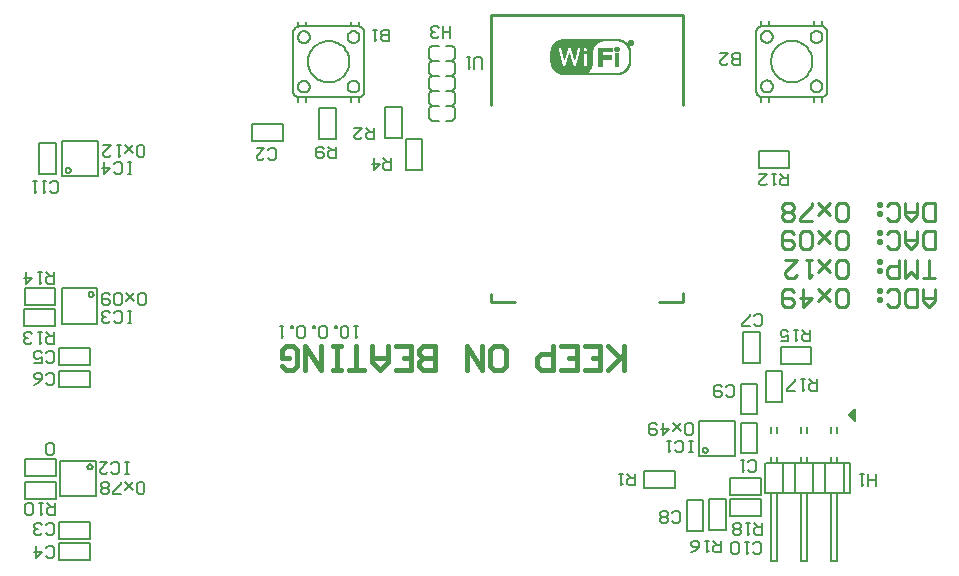
<source format=gto>
%FSDAX24Y24*%
%MOIN*%
%SFA1B1*%

%IPPOS*%
%ADD19C,0.007900*%
%ADD20C,0.015700*%
%ADD26C,0.010000*%
%ADD27C,0.000500*%
%LNuppsense-1*%
%LPD*%
G54D19*
X009986Y033346D02*
D01*
X009985Y033351*
X009985Y033357*
X009984Y033363*
X009982Y033369*
X009980Y033375*
X009978Y033380*
X009976Y033385*
X009973Y033391*
X009969Y033395*
X009966Y033400*
X009962Y033405*
X009957Y033409*
X009953Y033412*
X009948Y033416*
X009943Y033419*
X009938Y033422*
X009932Y033424*
X009927Y033426*
X009921Y033428*
X009915Y033429*
X009909Y033430*
X009903Y033430*
X009898*
X009892Y033430*
X009886Y033429*
X009880Y033428*
X009874Y033426*
X009869Y033424*
X009863Y033422*
X009858Y033419*
X009853Y033416*
X009848Y033412*
X009844Y033409*
X009839Y033405*
X009835Y033400*
X009832Y033395*
X009828Y033391*
X009825Y033385*
X009823Y033380*
X009821Y033375*
X009819Y033369*
X009817Y033363*
X009816Y033357*
X009816Y033351*
X009816Y033346*
X009816Y033340*
X009816Y033334*
X009817Y033328*
X009819Y033322*
X009821Y033316*
X009823Y033311*
X009825Y033306*
X009828Y033300*
X009832Y033296*
X009835Y033291*
X009839Y033286*
X009844Y033282*
X009848Y033279*
X009853Y033275*
X009858Y033272*
X009863Y033269*
X009869Y033267*
X009874Y033265*
X009880Y033263*
X009886Y033262*
X009892Y033261*
X009898Y033261*
X009903*
X009909Y033261*
X009915Y033262*
X009921Y033263*
X009927Y033265*
X009932Y033267*
X009938Y033269*
X009943Y033272*
X009948Y033275*
X009953Y033279*
X009957Y033282*
X009962Y033286*
X009966Y033291*
X009969Y033296*
X009973Y033300*
X009976Y033306*
X009978Y033311*
X009980Y033316*
X009982Y033322*
X009984Y033328*
X009985Y033334*
X009985Y033340*
X009986Y033346*
X019606Y036134D02*
D01*
X019605Y036147*
X019604Y036161*
X019601Y036174*
X019598Y036188*
X019594Y036201*
X019588Y036214*
X019582Y036226*
X019576Y036238*
X019568Y036249*
X019559Y036260*
X019550Y036270*
X019540Y036280*
X019530Y036289*
X019519Y036297*
X019507Y036304*
X019495Y036311*
X019482Y036316*
X019469Y036321*
X019456Y036325*
X019443Y036328*
X019429Y036329*
X019415Y036330*
X019402*
X019388Y036329*
X019374Y036328*
X019361Y036325*
X019348Y036321*
X019335Y036316*
X019322Y036311*
X019310Y036304*
X019298Y036297*
X019287Y036289*
X019277Y036280*
X019267Y036270*
X019258Y036260*
X019249Y036249*
X019241Y036238*
X019235Y036226*
X019229Y036214*
X019223Y036201*
X019219Y036188*
X019216Y036174*
X019213Y036161*
X019212Y036147*
X019212Y036134*
X019212Y036120*
X019213Y036106*
X019216Y036093*
X019219Y036079*
X019223Y036066*
X019229Y036053*
X019235Y036041*
X019241Y036029*
X019249Y036018*
X019258Y036007*
X019267Y035997*
X019277Y035987*
X019287Y035978*
X019298Y035970*
X019310Y035963*
X019322Y035956*
X019335Y035951*
X019348Y035946*
X019361Y035942*
X019374Y035939*
X019388Y035938*
X019402Y035937*
X019415*
X019429Y035938*
X019443Y035939*
X019456Y035942*
X019469Y035946*
X019482Y035951*
X019495Y035956*
X019507Y035963*
X019519Y035970*
X019530Y035978*
X019540Y035987*
X019550Y035997*
X019559Y036007*
X019568Y036018*
X019576Y036029*
X019582Y036041*
X019588Y036053*
X019594Y036066*
X019598Y036079*
X019601Y036093*
X019604Y036106*
X019605Y036120*
X019606Y036134*
X017952Y037788D02*
D01*
X017951Y037801*
X017950Y037815*
X017947Y037828*
X017944Y037842*
X017940Y037855*
X017934Y037868*
X017928Y037880*
X017922Y037892*
X017914Y037903*
X017905Y037914*
X017896Y037924*
X017886Y037934*
X017876Y037943*
X017865Y037951*
X017853Y037958*
X017841Y037965*
X017828Y037970*
X017815Y037975*
X017802Y037979*
X017789Y037982*
X017775Y037983*
X017761Y037984*
X017748*
X017734Y037983*
X017720Y037982*
X017707Y037979*
X017694Y037975*
X017681Y037970*
X017668Y037965*
X017656Y037958*
X017644Y037951*
X017633Y037943*
X017623Y037934*
X017613Y037924*
X017604Y037914*
X017595Y037903*
X017587Y037892*
X017581Y037880*
X017575Y037868*
X017569Y037855*
X017565Y037842*
X017562Y037828*
X017559Y037815*
X017558Y037801*
X017558Y037788*
X017558Y037774*
X017559Y037760*
X017562Y037747*
X017565Y037733*
X017569Y037720*
X017575Y037707*
X017581Y037695*
X017587Y037683*
X017595Y037672*
X017604Y037661*
X017613Y037651*
X017623Y037641*
X017633Y037632*
X017644Y037624*
X017656Y037617*
X017668Y037610*
X017681Y037605*
X017694Y037600*
X017707Y037596*
X017720Y037593*
X017734Y037592*
X017748Y037591*
X017761*
X017775Y037592*
X017789Y037593*
X017802Y037596*
X017815Y037600*
X017828Y037605*
X017841Y037610*
X017853Y037617*
X017865Y037624*
X017876Y037632*
X017886Y037641*
X017896Y037651*
X017905Y037661*
X017914Y037672*
X017922Y037683*
X017928Y037695*
X017934Y037707*
X017940Y037720*
X017944Y037733*
X017947Y037747*
X017950Y037760*
X017951Y037774*
X017952Y037788*
X019606D02*
D01*
X019605Y037801*
X019604Y037815*
X019601Y037828*
X019598Y037842*
X019594Y037855*
X019588Y037868*
X019582Y037880*
X019576Y037892*
X019568Y037903*
X019559Y037914*
X019550Y037924*
X019540Y037934*
X019530Y037943*
X019519Y037951*
X019507Y037958*
X019495Y037965*
X019482Y037970*
X019469Y037975*
X019456Y037979*
X019443Y037982*
X019429Y037983*
X019415Y037984*
X019402*
X019388Y037983*
X019374Y037982*
X019361Y037979*
X019348Y037975*
X019335Y037970*
X019322Y037965*
X019310Y037958*
X019298Y037951*
X019287Y037943*
X019277Y037934*
X019267Y037924*
X019258Y037914*
X019249Y037903*
X019241Y037892*
X019235Y037880*
X019229Y037868*
X019223Y037855*
X019219Y037842*
X019216Y037828*
X019213Y037815*
X019212Y037801*
X019212Y037788*
X019212Y037774*
X019213Y037760*
X019216Y037747*
X019219Y037733*
X019223Y037720*
X019229Y037707*
X019235Y037695*
X019241Y037683*
X019249Y037672*
X019258Y037661*
X019267Y037651*
X019277Y037641*
X019287Y037632*
X019298Y037624*
X019310Y037617*
X019322Y037610*
X019335Y037605*
X019348Y037600*
X019361Y037596*
X019374Y037593*
X019388Y037592*
X019402Y037591*
X019415*
X019429Y037592*
X019443Y037593*
X019456Y037596*
X019469Y037600*
X019482Y037605*
X019495Y037610*
X019507Y037617*
X019519Y037624*
X019530Y037632*
X019540Y037641*
X019550Y037651*
X019559Y037661*
X019568Y037672*
X019576Y037683*
X019582Y037695*
X019588Y037707*
X019594Y037720*
X019598Y037733*
X019601Y037747*
X019604Y037760*
X019605Y037774*
X019606Y037788*
X017952Y036134D02*
D01*
X017951Y036147*
X017950Y036161*
X017947Y036174*
X017944Y036188*
X017940Y036201*
X017934Y036214*
X017928Y036226*
X017922Y036238*
X017914Y036249*
X017905Y036260*
X017896Y036270*
X017886Y036280*
X017876Y036289*
X017865Y036297*
X017853Y036304*
X017841Y036311*
X017828Y036316*
X017815Y036321*
X017802Y036325*
X017789Y036328*
X017775Y036329*
X017761Y036330*
X017748*
X017734Y036329*
X017720Y036328*
X017707Y036325*
X017694Y036321*
X017681Y036316*
X017668Y036311*
X017656Y036304*
X017644Y036297*
X017633Y036289*
X017623Y036280*
X017613Y036270*
X017604Y036260*
X017595Y036249*
X017587Y036238*
X017581Y036226*
X017575Y036214*
X017569Y036201*
X017565Y036188*
X017562Y036174*
X017559Y036161*
X017558Y036147*
X017558Y036134*
X017558Y036120*
X017559Y036106*
X017562Y036093*
X017565Y036079*
X017569Y036066*
X017575Y036053*
X017581Y036041*
X017587Y036029*
X017595Y036018*
X017604Y036007*
X017613Y035997*
X017623Y035987*
X017633Y035978*
X017644Y035970*
X017656Y035963*
X017668Y035956*
X017681Y035951*
X017694Y035946*
X017707Y035942*
X017720Y035939*
X017734Y035938*
X017748Y035937*
X017761*
X017775Y035938*
X017789Y035939*
X017802Y035942*
X017815Y035946*
X017828Y035951*
X017841Y035956*
X017853Y035963*
X017865Y035970*
X017876Y035978*
X017886Y035987*
X017896Y035997*
X017905Y036007*
X017914Y036018*
X017922Y036029*
X017928Y036041*
X017934Y036053*
X017940Y036066*
X017944Y036079*
X017947Y036093*
X017950Y036106*
X017951Y036120*
X017952Y036134*
X017598Y038142D02*
D01*
X017584Y038141*
X017570Y038140*
X017557Y038137*
X017543Y038134*
X017530Y038130*
X017517Y038124*
X017505Y038118*
X017493Y038112*
X017482Y038104*
X017471Y038095*
X017461Y038086*
X017451Y038076*
X017442Y038066*
X017434Y038055*
X017427Y038043*
X017420Y038031*
X017415Y038018*
X017410Y038005*
X017406Y037992*
X017403Y037979*
X017402Y037965*
X017401Y037951*
X017401Y037945*
X019763D02*
D01*
X019762Y037958*
X019761Y037972*
X019758Y037985*
X019755Y037999*
X019751Y038012*
X019745Y038025*
X019739Y038037*
X019733Y038049*
X019725Y038060*
X019716Y038071*
X019707Y038081*
X019697Y038091*
X019687Y038100*
X019676Y038108*
X019664Y038115*
X019652Y038122*
X019639Y038127*
X019626Y038132*
X019613Y038136*
X019600Y038139*
X019586Y038140*
X019572Y038141*
X019567Y038142*
Y035780D02*
D01*
X019580Y035780*
X019594Y035781*
X019607Y035784*
X019621Y035787*
X019634Y035791*
X019647Y035797*
X019659Y035803*
X019671Y035809*
X019682Y035817*
X019693Y035826*
X019703Y035835*
X019713Y035845*
X019722Y035855*
X019730Y035866*
X019737Y035878*
X019744Y035890*
X019749Y035903*
X019754Y035916*
X019758Y035929*
X019761Y035942*
X019762Y035956*
X019763Y035970*
X019763Y035977*
X017401D02*
D01*
X017401Y035963*
X017402Y035949*
X017405Y035936*
X017408Y035922*
X017412Y035909*
X017418Y035896*
X017424Y035884*
X017430Y035872*
X017438Y035861*
X017447Y035850*
X017456Y035840*
X017466Y035830*
X017476Y035821*
X017487Y035813*
X017499Y035806*
X017511Y035799*
X017524Y035794*
X017537Y035789*
X017550Y035785*
X017563Y035782*
X017577Y035781*
X017591Y035780*
X017598Y035780*
X019271Y036961D02*
D01*
X019269Y037009*
X019264Y037056*
X019255Y037104*
X019244Y037150*
X019229Y037196*
X019211Y037241*
X019190Y037284*
X019166Y037326*
X019139Y037365*
X019109Y037403*
X019077Y037439*
X019043Y037473*
X019006Y037503*
X018967Y037532*
X018926Y037557*
X018884Y037580*
X018840Y037599*
X018794Y037616*
X018748Y037629*
X018701Y037639*
X018654Y037646*
X018606Y037649*
X018557*
X018509Y037646*
X018462Y037639*
X018415Y037629*
X018369Y037616*
X018323Y037599*
X018279Y037580*
X018237Y037557*
X018196Y037532*
X018157Y037503*
X018120Y037473*
X018086Y037439*
X018054Y037403*
X018024Y037365*
X017997Y037326*
X017973Y037284*
X017952Y037241*
X017934Y037196*
X017919Y037150*
X017908Y037104*
X017899Y037056*
X017894Y037009*
X017893Y036961*
X017894Y036912*
X017899Y036865*
X017908Y036817*
X017919Y036771*
X017934Y036725*
X017952Y036680*
X017973Y036637*
X017997Y036595*
X018024Y036556*
X018054Y036518*
X018086Y036482*
X018120Y036448*
X018157Y036418*
X018196Y036389*
X018237Y036364*
X018279Y036341*
X018323Y036322*
X018369Y036305*
X018415Y036292*
X018462Y036282*
X018509Y036275*
X018557Y036272*
X018606*
X018654Y036275*
X018701Y036282*
X018748Y036292*
X018794Y036305*
X018840Y036322*
X018884Y036341*
X018926Y036364*
X018967Y036389*
X019006Y036418*
X019043Y036448*
X019077Y036482*
X019109Y036518*
X019139Y036556*
X019166Y036595*
X019190Y036637*
X019211Y036680*
X019229Y036725*
X019244Y036771*
X019255Y036817*
X019264Y036865*
X019269Y036912*
X019271Y036961*
X035039Y036142D02*
D01*
X035038Y036155*
X035037Y036169*
X035034Y036182*
X035031Y036196*
X035027Y036209*
X035021Y036222*
X035015Y036234*
X035009Y036246*
X035001Y036257*
X034992Y036268*
X034983Y036278*
X034973Y036288*
X034963Y036297*
X034952Y036305*
X034940Y036312*
X034928Y036319*
X034915Y036324*
X034902Y036329*
X034889Y036333*
X034876Y036336*
X034862Y036337*
X034848Y036338*
X034835*
X034821Y036337*
X034807Y036336*
X034794Y036333*
X034781Y036329*
X034768Y036324*
X034755Y036319*
X034743Y036312*
X034731Y036305*
X034720Y036297*
X034710Y036288*
X034700Y036278*
X034691Y036268*
X034682Y036257*
X034674Y036246*
X034668Y036234*
X034662Y036222*
X034656Y036209*
X034652Y036196*
X034649Y036182*
X034646Y036169*
X034645Y036155*
X034645Y036142*
X034645Y036128*
X034646Y036114*
X034649Y036101*
X034652Y036087*
X034656Y036074*
X034662Y036061*
X034668Y036049*
X034674Y036037*
X034682Y036026*
X034691Y036015*
X034700Y036005*
X034710Y035995*
X034720Y035986*
X034731Y035978*
X034743Y035971*
X034755Y035964*
X034768Y035959*
X034781Y035954*
X034794Y035950*
X034807Y035947*
X034821Y035946*
X034835Y035945*
X034848*
X034862Y035946*
X034876Y035947*
X034889Y035950*
X034902Y035954*
X034915Y035959*
X034928Y035964*
X034940Y035971*
X034952Y035978*
X034963Y035986*
X034973Y035995*
X034983Y036005*
X034992Y036015*
X035001Y036026*
X035009Y036037*
X035015Y036049*
X035021Y036061*
X035027Y036074*
X035031Y036087*
X035034Y036101*
X035037Y036114*
X035038Y036128*
X035039Y036142*
X033386Y037795D02*
D01*
X033385Y037808*
X033384Y037822*
X033381Y037835*
X033378Y037849*
X033374Y037862*
X033368Y037875*
X033362Y037887*
X033356Y037899*
X033348Y037910*
X033339Y037921*
X033330Y037931*
X033320Y037941*
X033310Y037950*
X033299Y037958*
X033287Y037965*
X033275Y037972*
X033262Y037977*
X033249Y037982*
X033236Y037986*
X033223Y037989*
X033209Y037990*
X033195Y037991*
X033182*
X033168Y037990*
X033154Y037989*
X033141Y037986*
X033128Y037982*
X033115Y037977*
X033102Y037972*
X033090Y037965*
X033078Y037958*
X033067Y037950*
X033057Y037941*
X033047Y037931*
X033038Y037921*
X033029Y037910*
X033021Y037899*
X033015Y037887*
X033009Y037875*
X033003Y037862*
X032999Y037849*
X032996Y037835*
X032993Y037822*
X032992Y037808*
X032992Y037795*
X032992Y037781*
X032993Y037767*
X032996Y037754*
X032999Y037740*
X033003Y037727*
X033009Y037714*
X033015Y037702*
X033021Y037690*
X033029Y037679*
X033038Y037668*
X033047Y037658*
X033057Y037648*
X033067Y037639*
X033078Y037631*
X033090Y037624*
X033102Y037617*
X033115Y037612*
X033128Y037607*
X033141Y037603*
X033154Y037600*
X033168Y037599*
X033182Y037598*
X033195*
X033209Y037599*
X033223Y037600*
X033236Y037603*
X033249Y037607*
X033262Y037612*
X033275Y037617*
X033287Y037624*
X033299Y037631*
X033310Y037639*
X033320Y037648*
X033330Y037658*
X033339Y037668*
X033348Y037679*
X033356Y037690*
X033362Y037702*
X033368Y037714*
X033374Y037727*
X033378Y037740*
X033381Y037754*
X033384Y037767*
X033385Y037781*
X033386Y037795*
X035039D02*
D01*
X035038Y037808*
X035037Y037822*
X035034Y037835*
X035031Y037849*
X035027Y037862*
X035021Y037875*
X035015Y037887*
X035009Y037899*
X035001Y037910*
X034992Y037921*
X034983Y037931*
X034973Y037941*
X034963Y037950*
X034952Y037958*
X034940Y037965*
X034928Y037972*
X034915Y037977*
X034902Y037982*
X034889Y037986*
X034876Y037989*
X034862Y037990*
X034848Y037991*
X034835*
X034821Y037990*
X034807Y037989*
X034794Y037986*
X034781Y037982*
X034768Y037977*
X034755Y037972*
X034743Y037965*
X034731Y037958*
X034720Y037950*
X034710Y037941*
X034700Y037931*
X034691Y037921*
X034682Y037910*
X034674Y037899*
X034668Y037887*
X034662Y037875*
X034656Y037862*
X034652Y037849*
X034649Y037835*
X034646Y037822*
X034645Y037808*
X034645Y037795*
X034645Y037781*
X034646Y037767*
X034649Y037754*
X034652Y037740*
X034656Y037727*
X034662Y037714*
X034668Y037702*
X034674Y037690*
X034682Y037679*
X034691Y037668*
X034700Y037658*
X034710Y037648*
X034720Y037639*
X034731Y037631*
X034743Y037624*
X034755Y037617*
X034768Y037612*
X034781Y037607*
X034794Y037603*
X034807Y037600*
X034821Y037599*
X034835Y037598*
X034848*
X034862Y037599*
X034876Y037600*
X034889Y037603*
X034902Y037607*
X034915Y037612*
X034928Y037617*
X034940Y037624*
X034952Y037631*
X034963Y037639*
X034973Y037648*
X034983Y037658*
X034992Y037668*
X035001Y037679*
X035009Y037690*
X035015Y037702*
X035021Y037714*
X035027Y037727*
X035031Y037740*
X035034Y037754*
X035037Y037767*
X035038Y037781*
X035039Y037795*
X033386Y036142D02*
D01*
X033385Y036155*
X033384Y036169*
X033381Y036182*
X033378Y036196*
X033374Y036209*
X033368Y036222*
X033362Y036234*
X033356Y036246*
X033348Y036257*
X033339Y036268*
X033330Y036278*
X033320Y036288*
X033310Y036297*
X033299Y036305*
X033287Y036312*
X033275Y036319*
X033262Y036324*
X033249Y036329*
X033236Y036333*
X033223Y036336*
X033209Y036337*
X033195Y036338*
X033182*
X033168Y036337*
X033154Y036336*
X033141Y036333*
X033128Y036329*
X033115Y036324*
X033102Y036319*
X033090Y036312*
X033078Y036305*
X033067Y036297*
X033057Y036288*
X033047Y036278*
X033038Y036268*
X033029Y036257*
X033021Y036246*
X033015Y036234*
X033009Y036222*
X033003Y036209*
X032999Y036196*
X032996Y036182*
X032993Y036169*
X032992Y036155*
X032992Y036142*
X032992Y036128*
X032993Y036114*
X032996Y036101*
X032999Y036087*
X033003Y036074*
X033009Y036061*
X033015Y036049*
X033021Y036037*
X033029Y036026*
X033038Y036015*
X033047Y036005*
X033057Y035995*
X033067Y035986*
X033078Y035978*
X033090Y035971*
X033102Y035964*
X033115Y035959*
X033128Y035954*
X033141Y035950*
X033154Y035947*
X033168Y035946*
X033182Y035945*
X033195*
X033209Y035946*
X033223Y035947*
X033236Y035950*
X033249Y035954*
X033262Y035959*
X033275Y035964*
X033287Y035971*
X033299Y035978*
X033310Y035986*
X033320Y035995*
X033330Y036005*
X033339Y036015*
X033348Y036026*
X033356Y036037*
X033362Y036049*
X033368Y036061*
X033374Y036074*
X033378Y036087*
X033381Y036101*
X033384Y036114*
X033385Y036128*
X033386Y036142*
X033031Y038150D02*
D01*
X033017Y038149*
X033003Y038148*
X032990Y038145*
X032976Y038142*
X032963Y038138*
X032950Y038132*
X032938Y038126*
X032926Y038120*
X032915Y038112*
X032904Y038103*
X032894Y038094*
X032884Y038084*
X032875Y038074*
X032867Y038063*
X032860Y038051*
X032853Y038039*
X032848Y038026*
X032843Y038013*
X032839Y038000*
X032836Y037987*
X032835Y037973*
X032834Y037959*
X032835Y037953*
X035197D02*
D01*
X035196Y037966*
X035195Y037980*
X035192Y037993*
X035189Y038007*
X035185Y038020*
X035179Y038033*
X035173Y038045*
X035167Y038057*
X035159Y038068*
X035150Y038079*
X035141Y038089*
X035131Y038099*
X035121Y038108*
X035110Y038116*
X035098Y038123*
X035086Y038130*
X035073Y038135*
X035060Y038140*
X035047Y038144*
X035034Y038147*
X035020Y038148*
X035006Y038149*
X035000Y038150*
Y035787D02*
D01*
X035013Y035787*
X035027Y035788*
X035040Y035791*
X035054Y035794*
X035067Y035798*
X035080Y035804*
X035092Y035810*
X035104Y035816*
X035115Y035824*
X035126Y035833*
X035136Y035842*
X035146Y035852*
X035155Y035862*
X035163Y035873*
X035170Y035885*
X035177Y035897*
X035182Y035910*
X035187Y035923*
X035191Y035936*
X035194Y035949*
X035195Y035963*
X035196Y035977*
X035197Y035984*
X032835D02*
D01*
X032835Y035970*
X032836Y035956*
X032839Y035943*
X032842Y035929*
X032846Y035916*
X032852Y035903*
X032858Y035891*
X032864Y035879*
X032872Y035868*
X032881Y035857*
X032890Y035847*
X032900Y035837*
X032910Y035828*
X032921Y035820*
X032933Y035813*
X032945Y035806*
X032958Y035801*
X032971Y035796*
X032984Y035792*
X032997Y035789*
X033011Y035788*
X033025Y035787*
X033031Y035787*
X034705Y036969D02*
D01*
X034703Y037017*
X034698Y037064*
X034689Y037112*
X034678Y037158*
X034663Y037204*
X034645Y037249*
X034624Y037292*
X034600Y037334*
X034573Y037373*
X034543Y037411*
X034511Y037447*
X034477Y037481*
X034440Y037511*
X034401Y037540*
X034360Y037565*
X034318Y037588*
X034274Y037607*
X034228Y037624*
X034182Y037637*
X034135Y037647*
X034088Y037654*
X034040Y037657*
X033991*
X033943Y037654*
X033896Y037647*
X033849Y037637*
X033803Y037624*
X033757Y037607*
X033713Y037588*
X033671Y037565*
X033630Y037540*
X033591Y037511*
X033554Y037481*
X033520Y037447*
X033488Y037411*
X033458Y037373*
X033431Y037334*
X033407Y037292*
X033386Y037249*
X033368Y037204*
X033353Y037158*
X033342Y037112*
X033333Y037064*
X033328Y037017*
X033327Y036969*
X033328Y036920*
X033333Y036873*
X033342Y036825*
X033353Y036779*
X033368Y036733*
X033386Y036688*
X033407Y036645*
X033431Y036603*
X033458Y036564*
X033488Y036526*
X033520Y036490*
X033554Y036456*
X033591Y036426*
X033630Y036397*
X033671Y036372*
X033713Y036349*
X033757Y036330*
X033803Y036313*
X033849Y036300*
X033896Y036290*
X033943Y036283*
X033991Y036280*
X034040*
X034088Y036283*
X034135Y036290*
X034182Y036300*
X034228Y036313*
X034274Y036330*
X034318Y036349*
X034360Y036372*
X034401Y036397*
X034440Y036426*
X034477Y036456*
X034511Y036490*
X034543Y036526*
X034573Y036564*
X034600Y036603*
X034624Y036645*
X034645Y036688*
X034663Y036733*
X034678Y036779*
X034689Y036825*
X034698Y036873*
X034703Y036920*
X034705Y036969*
X010745Y029207D02*
D01*
X010744Y029212*
X010744Y029218*
X010743Y029224*
X010741Y029230*
X010739Y029236*
X010737Y029241*
X010735Y029246*
X010732Y029252*
X010728Y029256*
X010725Y029261*
X010721Y029266*
X010716Y029270*
X010712Y029273*
X010707Y029277*
X010702Y029280*
X010697Y029283*
X010691Y029285*
X010686Y029287*
X010680Y029289*
X010674Y029290*
X010668Y029291*
X010662Y029291*
X010657*
X010651Y029291*
X010645Y029290*
X010639Y029289*
X010633Y029287*
X010628Y029285*
X010622Y029283*
X010617Y029280*
X010612Y029277*
X010607Y029273*
X010603Y029270*
X010598Y029266*
X010594Y029261*
X010591Y029256*
X010587Y029252*
X010584Y029246*
X010582Y029241*
X010580Y029236*
X010578Y029230*
X010576Y029224*
X010575Y029218*
X010575Y029212*
X010575Y029207*
X010575Y029201*
X010575Y029195*
X010576Y029189*
X010578Y029183*
X010580Y029177*
X010582Y029172*
X010584Y029167*
X010587Y029161*
X010591Y029157*
X010594Y029152*
X010598Y029147*
X010603Y029143*
X010607Y029140*
X010612Y029136*
X010617Y029133*
X010622Y029130*
X010628Y029128*
X010633Y029126*
X010639Y029124*
X010645Y029123*
X010651Y029122*
X010657Y029122*
X010662*
X010668Y029122*
X010674Y029123*
X010680Y029124*
X010686Y029126*
X010691Y029128*
X010697Y029130*
X010702Y029133*
X010707Y029136*
X010712Y029140*
X010716Y029143*
X010721Y029147*
X010725Y029152*
X010728Y029157*
X010732Y029161*
X010735Y029167*
X010737Y029172*
X010739Y029177*
X010741Y029183*
X010743Y029189*
X010744Y029195*
X010744Y029201*
X010745Y029207*
X031221Y024016D02*
D01*
X031220Y024021*
X031220Y024027*
X031219Y024033*
X031217Y024039*
X031215Y024045*
X031213Y024050*
X031211Y024055*
X031208Y024061*
X031204Y024065*
X031201Y024070*
X031197Y024075*
X031192Y024079*
X031188Y024082*
X031183Y024086*
X031178Y024089*
X031173Y024092*
X031167Y024094*
X031162Y024096*
X031156Y024098*
X031150Y024099*
X031144Y024100*
X031138Y024100*
X031133*
X031127Y024100*
X031121Y024099*
X031115Y024098*
X031109Y024096*
X031104Y024094*
X031098Y024092*
X031093Y024089*
X031088Y024086*
X031083Y024082*
X031079Y024079*
X031074Y024075*
X031070Y024070*
X031067Y024065*
X031063Y024061*
X031060Y024055*
X031058Y024050*
X031056Y024045*
X031054Y024039*
X031052Y024033*
X031051Y024027*
X031051Y024021*
X031051Y024016*
X031051Y024010*
X031051Y024004*
X031052Y023998*
X031054Y023992*
X031056Y023986*
X031058Y023981*
X031060Y023976*
X031063Y023970*
X031067Y023966*
X031070Y023961*
X031074Y023956*
X031079Y023952*
X031083Y023949*
X031088Y023945*
X031093Y023942*
X031098Y023939*
X031104Y023937*
X031109Y023935*
X031115Y023933*
X031121Y023932*
X031127Y023931*
X031133Y023931*
X031138*
X031144Y023931*
X031150Y023932*
X031156Y023933*
X031162Y023935*
X031167Y023937*
X031173Y023939*
X031178Y023942*
X031183Y023945*
X031188Y023949*
X031192Y023952*
X031197Y023956*
X031201Y023961*
X031204Y023966*
X031208Y023970*
X031211Y023976*
X031213Y023981*
X031215Y023986*
X031217Y023992*
X031219Y023998*
X031220Y024004*
X031220Y024010*
X031221Y024016*
X010710Y023456D02*
D01*
X010709Y023461*
X010709Y023467*
X010708Y023473*
X010706Y023479*
X010704Y023485*
X010702Y023490*
X010700Y023495*
X010697Y023501*
X010693Y023505*
X010690Y023510*
X010686Y023515*
X010681Y023519*
X010677Y023522*
X010672Y023526*
X010667Y023529*
X010662Y023532*
X010656Y023534*
X010651Y023536*
X010645Y023538*
X010639Y023539*
X010633Y023540*
X010627Y023540*
X010622*
X010616Y023540*
X010610Y023539*
X010604Y023538*
X010598Y023536*
X010593Y023534*
X010587Y023532*
X010582Y023529*
X010577Y023526*
X010572Y023522*
X010568Y023519*
X010563Y023515*
X010559Y023510*
X010556Y023505*
X010552Y023501*
X010549Y023495*
X010547Y023490*
X010545Y023485*
X010543Y023479*
X010541Y023473*
X010540Y023467*
X010540Y023461*
X010540Y023456*
X010540Y023450*
X010540Y023444*
X010541Y023438*
X010543Y023432*
X010545Y023426*
X010547Y023421*
X010549Y023416*
X010552Y023410*
X010556Y023406*
X010559Y023401*
X010563Y023396*
X010568Y023392*
X010572Y023389*
X010577Y023385*
X010582Y023382*
X010587Y023379*
X010593Y023377*
X010598Y023375*
X010604Y023373*
X010610Y023372*
X010616Y023371*
X010622Y023371*
X010627*
X010633Y023371*
X010639Y023372*
X010645Y023373*
X010651Y023375*
X010656Y023377*
X010662Y023379*
X010667Y023382*
X010672Y023385*
X010677Y023389*
X010681Y023392*
X010686Y023396*
X010690Y023401*
X010693Y023406*
X010697Y023410*
X010700Y023416*
X010702Y023421*
X010704Y023426*
X010706Y023432*
X010708Y023438*
X010709Y023444*
X010709Y023450*
X010710Y023456*
X029094Y023307D02*
X030118D01*
Y022756D02*
Y023307D01*
X029094Y022756D02*
X030118D01*
X029094D02*
Y023307D01*
X009488Y033228D02*
Y034252D01*
X008937Y033228D02*
X009488D01*
X008937D02*
Y034252D01*
X009488*
X009705Y033150D02*
Y034331D01*
X010886*
Y033150D02*
Y034331D01*
X009705Y033150D02*
X010886D01*
X008448Y028855D02*
X009472D01*
X008448D02*
Y029406D01*
X009472*
Y028855D02*
Y029406D01*
X008437Y028152D02*
X009460D01*
X008437D02*
Y028704D01*
X009460*
Y028152D02*
Y028704D01*
X008451Y023151D02*
X009475D01*
X008451D02*
Y023702D01*
X009475*
Y023151D02*
Y023702D01*
X008451Y022401D02*
X009475D01*
X008451D02*
Y022952D01*
X009475*
Y022401D02*
Y022952D01*
X009587Y026102D02*
X010610D01*
X009587D02*
Y026654D01*
X010610*
Y026102D02*
Y026654D01*
X009587Y026850D02*
X010610D01*
X009587D02*
Y027402D01*
X010610*
Y026850D02*
Y027402D01*
X009601Y020351D02*
X010625D01*
X009601D02*
Y020902D01*
X010625*
Y020351D02*
Y020902D01*
X009601Y021051D02*
X010625D01*
X009601D02*
Y021602D01*
X010625*
Y021051D02*
Y021602D01*
X017401Y035977D02*
Y037945D01*
X017598Y038142D02*
X019567D01*
X019763Y035977D02*
Y037945D01*
X017598Y035780D02*
X019567D01*
X019606Y035622D02*
Y035780D01*
X019330Y035622D02*
Y035780D01*
X017834Y035622D02*
Y035780D01*
X017559Y035622D02*
Y035780D01*
X017834Y038142D02*
Y038300D01*
X017559Y038142D02*
Y038300D01*
X019330Y038142D02*
Y038300D01*
X019606Y038142D02*
Y038300D01*
X036032Y025289D02*
X036132Y025189D01*
X036032Y025289D02*
X036132Y025189D01*
X035932D02*
X036132Y024989D01*
Y025389*
X035932Y025189D02*
X036132Y025389D01*
X035932Y025189D02*
X036132D01*
X036032Y025089D02*
X036132Y025189D01*
X036032Y025089D02*
Y025289D01*
X036132Y025089*
X036032D02*
X036132D01*
X036032D02*
Y025289D01*
X036132*
X033159Y023583D02*
X035953D01*
X033130Y022598D02*
X035953D01*
X034732D02*
Y023583D01*
X034126Y022598D02*
Y023583D01*
X033126Y022598D02*
Y023583D01*
X033732Y022598D02*
Y023583D01*
X035533Y024585D02*
Y024785D01*
X035333Y024585D02*
Y024785D01*
X034333Y024585D02*
Y024785D01*
X034533Y024585D02*
Y024785D01*
Y023585D02*
Y023785D01*
X034333Y023585D02*
Y023785D01*
X033333Y024585D02*
Y024785D01*
X033533Y024585D02*
Y024785D01*
Y023585D02*
Y023785D01*
X033333Y023585D02*
Y023785D01*
X034333Y020315D02*
Y022598D01*
X034533Y020315D02*
Y022585D01*
X034333Y020315D02*
X034533D01*
X033333D02*
Y022598D01*
X033533Y020315D02*
Y022585D01*
X033333Y020315D02*
X033533D01*
X035953Y022598D02*
Y023583D01*
X035126Y022598D02*
Y023583D01*
X035756Y022598D02*
Y023583D01*
X035333Y023585D02*
Y023785D01*
X035533Y023585D02*
Y023785D01*
X035333Y020315D02*
X035533D01*
Y022585*
X035333Y020315D02*
Y022598D01*
X032874Y023909D02*
Y024933D01*
X032323Y023909D02*
X032874D01*
X032323D02*
Y024933D01*
X032874*
X020472Y034429D02*
Y035453D01*
X021024*
Y034429D02*
Y035453D01*
X020472Y034429D02*
X021024D01*
X021142Y033346D02*
Y034370D01*
X021693*
Y033346D02*
Y034370D01*
X021142Y033346D02*
X021693D01*
X032913Y033976D02*
X033937D01*
Y033425D02*
Y033976D01*
X032913Y033425D02*
X033937D01*
X032913D02*
Y033976D01*
X032835Y035984D02*
Y037953D01*
X033031Y038150D02*
X035000D01*
X035197Y035984D02*
Y037953D01*
X033031Y035787D02*
X035000D01*
X035039Y035630D02*
Y035787D01*
X034764Y035630D02*
Y035787D01*
X033268Y035630D02*
Y035787D01*
X032992Y035630D02*
Y035787D01*
X033268Y038150D02*
Y038307D01*
X032992Y038150D02*
Y038307D01*
X034764Y038150D02*
Y038307D01*
X035039Y038150D02*
Y038307D01*
X018819Y034390D02*
Y035413D01*
X018268Y034390D02*
X018819D01*
X018268D02*
Y035413D01*
X018819*
X016024Y034331D02*
X017047D01*
X016024D02*
Y034882D01*
X017047*
Y034331D02*
Y034882D01*
X022479Y034998D02*
X022703D01*
X022022D02*
X022246D01*
X022022Y035498D02*
X022246D01*
X022479D02*
X022703D01*
X021929Y035091D02*
Y035406D01*
X022022Y035498*
X021929Y035091D02*
X022022Y034998D01*
X022703Y035498D02*
X022795Y035406D01*
X022703Y034998D02*
X022795Y035091D01*
Y035406*
X022479Y035498D02*
X022703D01*
X022022D02*
X022246D01*
X022022Y035998D02*
X022246D01*
X022479D02*
X022703D01*
X021929Y035591D02*
Y035906D01*
X022022Y035998*
X021929Y035591D02*
X022022Y035498D01*
X022703Y035998D02*
X022795Y035906D01*
X022703Y035498D02*
X022795Y035591D01*
Y035906*
X022479Y035998D02*
X022703D01*
X022022D02*
X022246D01*
X022022Y036498D02*
X022246D01*
X022479D02*
X022703D01*
X021929Y036091D02*
Y036406D01*
X022022Y036498*
X021929Y036091D02*
X022022Y035998D01*
X022703Y036498D02*
X022795Y036406D01*
X022703Y035998D02*
X022795Y036091D01*
Y036406*
X022479Y036498D02*
X022703D01*
X022022D02*
X022246D01*
X022022Y036998D02*
X022246D01*
X022479D02*
X022703D01*
X021929Y036591D02*
Y036906D01*
X022022Y036998*
X021929Y036591D02*
X022022Y036498D01*
X022703Y036998D02*
X022795Y036906D01*
X022703Y036498D02*
X022795Y036591D01*
Y036906*
Y037091D02*
Y037406D01*
X022703Y036998D02*
X022795Y037091D01*
X022703Y037498D02*
X022795Y037406D01*
X021929Y037091D02*
X022022Y036998D01*
X021929Y037406D02*
X022022Y037498D01*
X021929Y037091D02*
Y037406D01*
X022479Y037498D02*
X022703D01*
X022022D02*
X022246D01*
X022022Y036998D02*
X022246D01*
X022479D02*
X022703D01*
X033150Y026654D02*
X033701D01*
X033150Y025630D02*
Y026654D01*
Y025630D02*
X033701D01*
Y026654*
X032323Y026232D02*
X032874D01*
X032323Y025209D02*
Y026232D01*
Y025209D02*
X032874D01*
Y026232*
X031969Y021823D02*
Y022374D01*
Y021823D02*
X032992D01*
Y022374*
X031969D02*
X032992D01*
X031969Y022531D02*
Y023083D01*
Y022531D02*
X032992D01*
Y023083*
X031969D02*
X032992D01*
X031260Y022374D02*
X031811D01*
X031260Y021350D02*
Y022374D01*
Y021350D02*
X031811D01*
Y022374*
X030512Y022354D02*
X031063D01*
X030512Y021331D02*
Y022354D01*
Y021331D02*
X031063D01*
Y022354*
X033642Y026890D02*
Y027441D01*
Y026890D02*
X034665D01*
Y027441*
X033642D02*
X034665D01*
X032402Y026929D02*
X032953D01*
Y027953*
X032402D02*
X032953D01*
X032402Y026929D02*
Y027953D01*
X009676Y029404D02*
X010857D01*
X009676Y028223D02*
Y029404D01*
Y028223D02*
X010857D01*
Y029404*
X030939Y025000D02*
X032120D01*
X030939Y023819D02*
Y025000D01*
X032120Y023819D02*
Y025000D01*
X030939Y023819D02*
X032120D01*
X009641Y023653D02*
X010822D01*
X009641Y022472D02*
Y023653D01*
Y022472D02*
X010822D01*
Y023653*
X019567Y028150D02*
X019436D01*
X019501*
Y027756*
X019567Y027822*
X019239D02*
X019173Y027756D01*
X019042*
X018977Y027822*
Y028084*
X019042Y028150*
X019173*
X019239Y028084*
Y027822*
X018845Y028150D02*
Y028084D01*
X018780*
Y028150*
X018845*
X018517Y027822D02*
X018452Y027756D01*
X018321*
X018255Y027822*
Y028084*
X018321Y028150*
X018452*
X018517Y028084*
Y027822*
X018124Y028150D02*
Y028084D01*
X018058*
Y028150*
X018124*
X017796Y027822D02*
X017730Y027756D01*
X017599*
X017533Y027822*
Y028084*
X017599Y028150*
X017730*
X017796Y028084*
Y027822*
X017402Y028150D02*
Y028084D01*
X017337*
Y028150*
X017402*
X017074D02*
X016943D01*
X017009*
Y027756*
X017074Y027822*
X030709Y024593D02*
X030643Y024528D01*
X030512*
X030446Y024593*
Y024856*
X030512Y024921*
X030643*
X030709Y024856*
Y024593*
X030315Y024659D02*
X030053Y024921D01*
X030184Y024790*
X030053Y024659*
X030315Y024921*
X029725D02*
Y024528D01*
X029922Y024724*
X029659*
X029528Y024856D02*
X029462Y024921D01*
X029331*
X029266Y024856*
Y024593*
X029331Y024528*
X029462*
X029528Y024593*
Y024659*
X029462Y024724*
X029266*
X028780Y023228D02*
Y022835D01*
X028583*
X028517Y022900*
Y023032*
X028583Y023097*
X028780*
X028648D02*
X028517Y023228D01*
X028386D02*
X028255D01*
X028320*
Y022835*
X028386Y022900*
X012441Y022625D02*
X012375Y022559D01*
X012244*
X012179Y022625*
Y022887*
X012244Y022953*
X012375*
X012441Y022887*
Y022625*
X012047Y022690D02*
X011785Y022953D01*
X011916Y022822*
X011785Y022690*
X012047Y022953*
X011654Y022559D02*
X011391D01*
Y022625*
X011654Y022887*
Y022953*
X011260Y022625D02*
X011195Y022559D01*
X011063*
X010998Y022625*
Y022690*
X011063Y022756*
X010998Y022822*
Y022887*
X011063Y022953*
X011195*
X011260Y022887*
Y022822*
X011195Y022756*
X011260Y022690*
Y022625*
X011195Y022756D02*
X011063D01*
X012480Y028924D02*
X012415Y028858D01*
X012284*
X012218Y028924*
Y029186*
X012284Y029252*
X012415*
X012480Y029186*
Y028924*
X012087Y028990D02*
X011824Y029252D01*
X011956Y029121*
X011824Y028990*
X012087Y029252*
X011693Y028924D02*
X011628Y028858D01*
X011496*
X011431Y028924*
Y029186*
X011496Y029252*
X011628*
X011693Y029186*
Y028924*
X011300Y029186D02*
X011234Y029252D01*
X011103*
X011037Y029186*
Y028924*
X011103Y028858*
X011234*
X011300Y028924*
Y028990*
X011234Y029055*
X011037*
X012441Y033845D02*
X012375Y033780D01*
X012244*
X012179Y033845*
Y034108*
X012244Y034173*
X012375*
X012441Y034108*
Y033845*
X012047Y033911D02*
X011785Y034173D01*
X011916Y034042*
X011785Y033911*
X012047Y034173*
X011654D02*
X011523D01*
X011588*
Y033780*
X011654Y033845*
X011063Y034173D02*
X011326D01*
X011063Y033911*
Y033845*
X011129Y033780*
X011260*
X011326Y033845*
X012008Y033228D02*
X011877D01*
X011942*
Y033622*
X012008*
X011877*
X011418Y033294D02*
X011483Y033228D01*
X011614*
X011680Y033294*
Y033556*
X011614Y033622*
X011483*
X011418Y033556*
X011090Y033622D02*
Y033228D01*
X011286Y033425*
X011024*
X009305Y032664D02*
X009370Y032599D01*
X009501*
X009567Y032664*
Y032927*
X009501Y032992*
X009370*
X009305Y032927*
X009173Y032992D02*
X009042D01*
X009108*
Y032599*
X009173Y032664*
X008845Y032992D02*
X008714D01*
X008780*
Y032599*
X008845Y032664*
X023701Y036732D02*
Y037060D01*
X023635Y037126*
X023504*
X023438Y037060*
Y036732*
X023307Y037126D02*
X023176D01*
X023242*
Y036732*
X023307Y036798*
X009409Y029961D02*
Y029567D01*
X009213*
X009147Y029633*
Y029764*
X009213Y029829*
X009409*
X009278D02*
X009147Y029961D01*
X009016D02*
X008885D01*
X008950*
Y029567*
X009016Y029633*
X008491Y029961D02*
Y029567D01*
X008688Y029764*
X008426*
X009409Y027953D02*
Y027559D01*
X009213*
X009147Y027625*
Y027756*
X009213Y027822*
X009409*
X009278D02*
X009147Y027953D01*
X009016D02*
X008885D01*
X008950*
Y027559*
X009016Y027625*
X008688D02*
X008622Y027559D01*
X008491*
X008426Y027625*
Y027690*
X008491Y027756*
X008557*
X008491*
X008426Y027822*
Y027887*
X008491Y027953*
X008622*
X008688Y027887*
X033898Y033228D02*
Y032835D01*
X033701*
X033635Y032900*
Y033032*
X033701Y033097*
X033898*
X033766D02*
X033635Y033228D01*
X033504D02*
X033373D01*
X033438*
Y032835*
X033504Y032900*
X032914Y033228D02*
X033176D01*
X032914Y032966*
Y032900*
X032979Y032835*
X033110*
X033176Y032900*
X009409Y023924D02*
X009344Y023858D01*
X009213*
X009147Y023924*
Y024186*
X009213Y024252*
X009344*
X009409Y024186*
Y023924*
X009449Y022244D02*
Y021851D01*
X009252*
X009186Y021916*
Y022047*
X009252Y022113*
X009449*
X009318D02*
X009186Y022244D01*
X009055D02*
X008924D01*
X008990*
Y021851*
X009055Y021916*
X008727D02*
X008662Y021851D01*
X008530*
X008465Y021916*
Y022178*
X008530Y022244*
X008662*
X008727Y022178*
Y021916*
X018819Y034134D02*
Y033740D01*
X018622*
X018557Y033806*
Y033937*
X018622Y034003*
X018819*
X018688D02*
X018557Y034134D01*
X018425Y034068D02*
X018360Y034134D01*
X018229*
X018163Y034068*
Y033806*
X018229Y033740*
X018360*
X018425Y033806*
Y033871*
X018360Y033937*
X018163*
X020669Y033740D02*
Y033347D01*
X020473*
X020407Y033412*
Y033543*
X020473Y033609*
X020669*
X020538D02*
X020407Y033740D01*
X020079D02*
Y033347D01*
X020276Y033543*
X020013*
X020079Y034764D02*
Y034370D01*
X019882*
X019816Y034436*
Y034567*
X019882Y034633*
X020079*
X019948D02*
X019816Y034764D01*
X019423D02*
X019685D01*
X019423Y034501*
Y034436*
X019488Y034370*
X019620*
X019685Y034436*
X012008Y028268D02*
X011877D01*
X011942*
Y028661*
X012008*
X011877*
X011418Y028333D02*
X011483Y028268D01*
X011614*
X011680Y028333*
Y028596*
X011614Y028661*
X011483*
X011418Y028596*
X011286Y028333D02*
X011221Y028268D01*
X011090*
X011024Y028333*
Y028399*
X011090Y028465*
X011155*
X011090*
X011024Y028530*
Y028596*
X011090Y028661*
X011221*
X011286Y028596*
X011929Y023228D02*
X011798D01*
X011864*
Y023622*
X011929*
X011798*
X011339Y023294D02*
X011404Y023228D01*
X011536*
X011601Y023294*
Y023556*
X011536Y023622*
X011404*
X011339Y023556*
X010945Y023622D02*
X011208D01*
X010945Y023360*
Y023294*
X011011Y023228*
X011142*
X011208Y023294*
X022638Y037756D02*
Y038150D01*
Y037953*
X022375*
Y037756*
Y038150*
X022244Y037822D02*
X022179Y037756D01*
X022047*
X021982Y037822*
Y037887*
X022047Y037953*
X022113*
X022047*
X021982Y038018*
Y038084*
X022047Y038150*
X022179*
X022244Y038084*
X009147Y026247D02*
X009213Y026181D01*
X009344*
X009409Y026247*
Y026509*
X009344Y026575*
X009213*
X009147Y026509*
X008753Y026181D02*
X008885Y026247D01*
X009016Y026378*
Y026509*
X008950Y026575*
X008819*
X008753Y026509*
Y026444*
X008819Y026378*
X009016*
X009147Y026995D02*
X009213Y026929D01*
X009344*
X009409Y026995*
Y027257*
X009344Y027323*
X009213*
X009147Y027257*
X008753Y026929D02*
X009016D01*
Y027126*
X008885Y027060*
X008819*
X008753Y027126*
Y027257*
X008819Y027323*
X008950*
X009016Y027257*
X009147Y020499D02*
X009213Y020433D01*
X009344*
X009409Y020499*
Y020761*
X009344Y020827*
X009213*
X009147Y020761*
X008819Y020827D02*
Y020433D01*
X009016Y020630*
X008753*
X009147Y021247D02*
X009213Y021181D01*
X009344*
X009409Y021247*
Y021509*
X009344Y021575*
X009213*
X009147Y021509*
X009016Y021247D02*
X008950Y021181D01*
X008819*
X008753Y021247*
Y021312*
X008819Y021378*
X008885*
X008819*
X008753Y021444*
Y021509*
X008819Y021575*
X008950*
X009016Y021509*
X016568Y033753D02*
X016634Y033688D01*
X016765*
X016831Y033753*
Y034016*
X016765Y034081*
X016634*
X016568Y034016*
X016175Y034081D02*
X016437D01*
X016175Y033819*
Y033753*
X016240Y033688*
X016372*
X016437Y033753*
X032283Y036851D02*
Y037244D01*
X032087*
X032021Y037178*
Y037113*
X032087Y037047*
X032283*
X032087*
X032021Y036982*
Y036916*
X032087Y036851*
X032283*
X031628Y037244D02*
X031890D01*
X031628Y036982*
Y036916*
X031693Y036851*
X031824*
X031890Y036916*
X020591Y037638D02*
Y038031D01*
X020394*
X020328Y037966*
Y037900*
X020394Y037835*
X020591*
X020394*
X020328Y037769*
Y037704*
X020394Y037638*
X020591*
X020197Y038031D02*
X020066D01*
X020131*
Y037638*
X020197Y037704*
X036811Y022823D02*
Y023217D01*
Y023020*
X036549*
Y022823*
Y023217*
X036417D02*
X036286D01*
X036352*
Y022823*
X036417Y022889*
X030709Y023937D02*
X030577D01*
X030643*
Y024331*
X030709*
X030577*
X030118Y024003D02*
X030184Y023937D01*
X030315*
X030381Y024003*
Y024265*
X030315Y024331*
X030184*
X030118Y024265*
X029987Y024331D02*
X029856D01*
X029922*
Y023937*
X029987Y024003*
X032572Y023345D02*
X032638Y023280D01*
X032769*
X032835Y023345*
Y023608*
X032769Y023673*
X032638*
X032572Y023608*
X032441Y023673D02*
X032310D01*
X032375*
Y023280*
X032441Y023345*
X032730Y020629D02*
X032795Y020563D01*
X032927*
X032992Y020629*
Y020891*
X032927Y020957*
X032795*
X032730Y020891*
X032599Y020957D02*
X032467D01*
X032533*
Y020563*
X032599Y020629*
X032271D02*
X032205Y020563D01*
X032074*
X032008Y020629*
Y020891*
X032074Y020957*
X032205*
X032271Y020891*
Y020629*
X031824Y025865D02*
X031890Y025799D01*
X032021*
X032087Y025865*
Y026127*
X032021Y026193*
X031890*
X031824Y026127*
X031693D02*
X031627Y026193D01*
X031496*
X031431Y026127*
Y025865*
X031496Y025799*
X031627*
X031693Y025865*
Y025931*
X031627Y025996*
X031431*
X030013Y021652D02*
X030079Y021587D01*
X030210*
X030276Y021652*
Y021915*
X030210Y021980*
X030079*
X030013Y021915*
X029882Y021652D02*
X029816Y021587D01*
X029685*
X029620Y021652*
Y021718*
X029685Y021784*
X029620Y021849*
Y021915*
X029685Y021980*
X029816*
X029882Y021915*
Y021849*
X029816Y021784*
X029882Y021718*
Y021652*
X029816Y021784D02*
X029685D01*
X032749Y028232D02*
X032815Y028167D01*
X032946*
X033012Y028232*
Y028495*
X032946Y028560*
X032815*
X032749Y028495*
X032618Y028167D02*
X032356D01*
Y028232*
X032618Y028495*
Y028560*
X033031Y021587D02*
Y021193D01*
X032835*
X032769Y021259*
Y021390*
X032835Y021455*
X033031*
X032900D02*
X032769Y021587D01*
X032638D02*
X032507D01*
X032572*
Y021193*
X032638Y021259*
X032310D02*
X032244Y021193D01*
X032113*
X032048Y021259*
Y021324*
X032113Y021390*
X032048Y021455*
Y021521*
X032113Y021587*
X032244*
X032310Y021521*
Y021455*
X032244Y021390*
X032310Y021324*
Y021259*
X032244Y021390D02*
X032113D01*
X034843Y026378D02*
Y025984D01*
X034646*
X034580Y026050*
Y026181*
X034646Y026247*
X034843*
X034711D02*
X034580Y026378D01*
X034449D02*
X034318D01*
X034383*
Y025984*
X034449Y026050*
X034121Y025984D02*
X033859D01*
Y026050*
X034121Y026312*
Y026378*
X031654Y020996D02*
Y020602D01*
X031457*
X031391Y020668*
Y020799*
X031457Y020865*
X031654*
X031522D02*
X031391Y020996D01*
X031260D02*
X031129D01*
X031194*
Y020602*
X031260Y020668*
X030670Y020602D02*
X030801Y020668D01*
X030932Y020799*
Y020930*
X030866Y020996*
X030735*
X030670Y020930*
Y020865*
X030735Y020799*
X030932*
X034626Y028031D02*
Y027638D01*
X034429*
X034364Y027704*
Y027835*
X034429Y027900*
X034626*
X034495D02*
X034364Y028031D01*
X034232D02*
X034101D01*
X034167*
Y027638*
X034232Y027704*
X033642Y027638D02*
X033904D01*
Y027835*
X033773Y027769*
X033708*
X033642Y027835*
Y027966*
X033708Y028031*
X033839*
X033904Y027966*
G54D20*
X028425Y026693D02*
Y027480D01*
Y027218*
X027900Y026693*
X028294Y027087*
X027900Y027480*
X027113Y026693D02*
X027638D01*
Y027480*
X027113*
X027638Y027087D02*
X027376D01*
X026326Y026693D02*
X026851D01*
Y027480*
X026326*
X026851Y027087D02*
X026589D01*
X026064Y027480D02*
Y026693D01*
X025670*
X025539Y026824*
Y027087*
X025670Y027218*
X026064*
X024096Y026693D02*
X024358D01*
X024489Y026824*
Y027349*
X024358Y027480*
X024096*
X023965Y027349*
Y026824*
X024096Y026693*
X023702Y027480D02*
Y026693D01*
X023178Y027480*
Y026693*
X022128D02*
Y027480D01*
X021734*
X021603Y027349*
Y027218*
X021734Y027087*
X022128*
X021734*
X021603Y026956*
Y026824*
X021734Y026693*
X022128*
X020816D02*
X021341D01*
Y027480*
X020816*
X021341Y027087D02*
X021078D01*
X020554Y027480D02*
Y026956D01*
X020291Y026693*
X020029Y026956*
Y027480*
Y027087*
X020554*
X019767Y026693D02*
X019242D01*
X019504*
Y027480*
X018979Y026693D02*
X018717D01*
X018848*
Y027480*
X018979*
X018717*
X018323D02*
Y026693D01*
X017799Y027480*
Y026693*
X017012Y026824D02*
X017143Y026693D01*
X017405*
X017536Y026824*
Y027349*
X017405Y027480*
X017143*
X017012Y027349*
Y027087*
X017274*
G54D26*
X023976Y038513D02*
X030376D01*
Y035513D02*
Y038513D01*
Y028963D02*
Y029263D01*
X029576Y028963D02*
X030376D01*
X023976D02*
X024776D01*
X023976D02*
Y029213D01*
Y035513D02*
Y038513D01*
X038798Y029383D02*
Y028983D01*
X038598Y028783*
X038398Y028983*
Y029383*
Y029083*
X038798*
X038198Y028783D02*
Y029383D01*
X037898*
X037798Y029283*
Y028883*
X037898Y028783*
X038198*
X037198Y028883D02*
X037298Y028783D01*
X037498*
X037598Y028883*
Y029283*
X037498Y029383*
X037298*
X037198Y029283*
X036998Y028983D02*
X036898D01*
Y029083*
X036998*
Y028983*
Y029283D02*
X036898D01*
Y029383*
X036998*
Y029283*
X035899Y028883D02*
X035799Y028783D01*
X035599*
X035499Y028883*
Y029283*
X035599Y029383*
X035799*
X035899Y029283*
Y028883*
X035299Y028983D02*
X034899Y029383D01*
X035099Y029183*
X034899Y028983*
X035299Y029383*
X034399D02*
Y028783D01*
X034699Y029083*
X034299*
X034099Y029283D02*
X033999Y029383D01*
X033799*
X033699Y029283*
Y028883*
X033799Y028783*
X033999*
X034099Y028883*
Y028983*
X033999Y029083*
X033699*
X038798Y029743D02*
X038398D01*
X038598*
Y030343*
X038198D02*
Y029743D01*
X037998Y029943*
X037798Y029743*
Y030343*
X037598D02*
Y029743D01*
X037298*
X037198Y029843*
Y030043*
X037298Y030143*
X037598*
X036998Y029943D02*
X036898D01*
Y030043*
X036998*
Y029943*
Y030243D02*
X036898D01*
Y030343*
X036998*
Y030243*
X035899Y029843D02*
X035799Y029743D01*
X035599*
X035499Y029843*
Y030243*
X035599Y030343*
X035799*
X035899Y030243*
Y029843*
X035299Y029943D02*
X034899Y030343D01*
X035099Y030143*
X034899Y029943*
X035299Y030343*
X034699D02*
X034499D01*
X034599*
Y029743*
X034699Y029843*
X033799Y030343D02*
X034199D01*
X033799Y029943*
Y029843*
X033899Y029743*
X034099*
X034199Y029843*
X038798Y030703D02*
Y031302D01*
X038498*
X038398Y031202*
Y030803*
X038498Y030703*
X038798*
X038198Y031302D02*
Y030903D01*
X037998Y030703*
X037798Y030903*
Y031302*
Y031003*
X038198*
X037198Y030803D02*
X037298Y030703D01*
X037498*
X037598Y030803*
Y031202*
X037498Y031302*
X037298*
X037198Y031202*
X036998Y030903D02*
X036898D01*
Y031003*
X036998*
Y030903*
Y031202D02*
X036898D01*
Y031302*
X036998*
Y031202*
X035899Y030803D02*
X035799Y030703D01*
X035599*
X035499Y030803*
Y031202*
X035599Y031302*
X035799*
X035899Y031202*
Y030803*
X035299Y030903D02*
X034899Y031302D01*
X035099Y031102*
X034899Y030903*
X035299Y031302*
X034699Y030803D02*
X034599Y030703D01*
X034399*
X034299Y030803*
Y031202*
X034399Y031302*
X034599*
X034699Y031202*
Y030803*
X034099Y031202D02*
X033999Y031302D01*
X033799*
X033699Y031202*
Y030803*
X033799Y030703*
X033999*
X034099Y030803*
Y030903*
X033999Y031003*
X033699*
X038798Y031662D02*
Y032262D01*
X038498*
X038398Y032162*
Y031762*
X038498Y031662*
X038798*
X038198Y032262D02*
Y031862D01*
X037998Y031662*
X037798Y031862*
Y032262*
Y031962*
X038198*
X037198Y031762D02*
X037298Y031662D01*
X037498*
X037598Y031762*
Y032162*
X037498Y032262*
X037298*
X037198Y032162*
X036998Y031862D02*
X036898D01*
Y031962*
X036998*
Y031862*
Y032162D02*
X036898D01*
Y032262*
X036998*
Y032162*
X035899Y031762D02*
X035799Y031662D01*
X035599*
X035499Y031762*
Y032162*
X035599Y032262*
X035799*
X035899Y032162*
Y031762*
X035299Y031862D02*
X034899Y032262D01*
X035099Y032062*
X034899Y031862*
X035299Y032262*
X034699Y031662D02*
X034299D01*
Y031762*
X034699Y032162*
Y032262*
X034099Y031762D02*
X033999Y031662D01*
X033799*
X033699Y031762*
Y031862*
X033799Y031962*
X033699Y032062*
Y032162*
X033799Y032262*
X033999*
X034099Y032162*
Y032062*
X033999Y031962*
X034099Y031862*
Y031762*
X033999Y031962D02*
X033799D01*
G54D27*
X026361Y037713D02*
X028241D01*
X026331Y037708D02*
X028271D01*
X026311Y037703D02*
X028291D01*
X026291Y037698D02*
X028311D01*
X026276Y037693D02*
X028326D01*
X026261Y037688D02*
X028341D01*
X026251Y037683D02*
X028351D01*
X026236Y037678D02*
X028366D01*
X028616D02*
X028666D01*
X026226Y037673D02*
X028376D01*
X028601D02*
X028676D01*
X026216Y037668D02*
X027686D01*
X028251D02*
X028386D01*
X028596D02*
X028686D01*
X026206Y037663D02*
X027656D01*
X028276D02*
X028396D01*
X028591D02*
X028626D01*
X028656D02*
X028691D01*
X026196Y037658D02*
X027641D01*
X028296D02*
X028406D01*
X028581D02*
X028611D01*
X028671D02*
X028696D01*
X026191Y037653D02*
X027621D01*
X028316D02*
X028411D01*
X028581D02*
X028606D01*
X028676D02*
X028701D01*
X026181Y037648D02*
X027611D01*
X028331D02*
X028421D01*
X028576D02*
X028596D01*
X028681D02*
X028706D01*
X026171Y037643D02*
X027596D01*
X028341D02*
X028426D01*
X028571D02*
X028591D01*
X028606D02*
X028651D01*
X028686D02*
X028706D01*
X026166Y037638D02*
X027586D01*
X028356D02*
X028436D01*
X028571D02*
X028591D01*
X028606D02*
X028666D01*
X028691D02*
X028711D01*
X026161Y037633D02*
X027576D01*
X028366D02*
X028441D01*
X028566D02*
X028586D01*
X028606D02*
X028671D01*
X028696D02*
X028711D01*
X026151Y037628D02*
X027566D01*
X028376D02*
X028451D01*
X028566D02*
X028586D01*
X028606D02*
X028621D01*
X028646D02*
X028671D01*
X028696D02*
X028716D01*
X026146Y037623D02*
X027556D01*
X028386D02*
X028456D01*
X028566D02*
X028581D01*
X028606D02*
X028621D01*
X028651D02*
X028671D01*
X028701D02*
X028716D01*
X026141Y037618D02*
X027546D01*
X028391D02*
X028461D01*
X028561D02*
X028581D01*
X028606D02*
X028621D01*
X028651D02*
X028671D01*
X028701D02*
X028716D01*
X026131Y037613D02*
X027541D01*
X028401D02*
X028471D01*
X028561D02*
X028581D01*
X028606D02*
X028621D01*
X028651D02*
X028671D01*
X028701D02*
X028716D01*
X026126Y037608D02*
X027531D01*
X028406D02*
X028476D01*
X028561D02*
X028581D01*
X028606D02*
X028671D01*
X028701D02*
X028721D01*
X026121Y037603D02*
X027526D01*
X028416D02*
X028481D01*
X028561D02*
X028581D01*
X028606D02*
X028666D01*
X028701D02*
X028721D01*
X026116Y037598D02*
X027516D01*
X028421D02*
X028486D01*
X028561D02*
X028576D01*
X028606D02*
X028656D01*
X028701D02*
X028721D01*
X026111Y037593D02*
X027511D01*
X028431D02*
X028491D01*
X028561D02*
X028581D01*
X028606D02*
X028621D01*
X028631D02*
X028656D01*
X028701D02*
X028721D01*
X026106Y037588D02*
X027506D01*
X028436D02*
X028496D01*
X028561D02*
X028581D01*
X028606D02*
X028621D01*
X028641D02*
X028661D01*
X028701D02*
X028716D01*
X026101Y037583D02*
X027501D01*
X028441D02*
X028501D01*
X028561D02*
X028581D01*
X028606D02*
X028621D01*
X028641D02*
X028666D01*
X028701D02*
X028716D01*
X026096Y037578D02*
X027491D01*
X028451D02*
X028506D01*
X028566D02*
X028581D01*
X028606D02*
X028621D01*
X028646D02*
X028666D01*
X028696D02*
X028716D01*
X026091Y037573D02*
X027486D01*
X028456D02*
X028511D01*
X028566D02*
X028586D01*
X028606D02*
X028621D01*
X028651D02*
X028671D01*
X028696D02*
X028716D01*
X026086Y037568D02*
X027481D01*
X028461D02*
X028516D01*
X028571D02*
X028586D01*
X028606D02*
X028621D01*
X028651D02*
X028676D01*
X028691D02*
X028711D01*
X026081Y037563D02*
X027476D01*
X028466D02*
X028521D01*
X028571D02*
X028591D01*
X028606D02*
X028621D01*
X028656D02*
X028676D01*
X028691D02*
X028711D01*
X026076Y037558D02*
X027471D01*
X028471D02*
X028526D01*
X028576D02*
X028596D01*
X028686D02*
X028706D01*
X026071Y037553D02*
X027466D01*
X028476D02*
X028526D01*
X028576D02*
X028601D01*
X028676D02*
X028701D01*
X026071Y037548D02*
X027461D01*
X028481D02*
X028531D01*
X028581D02*
X028611D01*
X028671D02*
X028696D01*
X026066Y037543D02*
X027461D01*
X028486D02*
X028536D01*
X028586D02*
X028621D01*
X028661D02*
X028691D01*
X026061Y037538D02*
X027456D01*
X028491D02*
X028541D01*
X028596D02*
X028686D01*
X026056Y037533D02*
X027451D01*
X028491D02*
X028546D01*
X028601D02*
X028681D01*
X026056Y037528D02*
X027446D01*
X028496D02*
X028546D01*
X028616D02*
X028666D01*
X026051Y037523D02*
X027441D01*
X028501D02*
X028551D01*
X026046Y037518D02*
X027436D01*
X028506D02*
X028556D01*
X026041Y037513D02*
X027436D01*
X028511D02*
X028556D01*
X026041Y037508D02*
X027431D01*
X028511D02*
X028561D01*
X026036Y037503D02*
X027426D01*
X028516D02*
X028566D01*
X026036Y037498D02*
X027426D01*
X028521D02*
X028566D01*
X026031Y037493D02*
X027421D01*
X028521D02*
X028571D01*
X026026Y037488D02*
X027416D01*
X028526D02*
X028571D01*
X026026Y037483D02*
X027416D01*
X028531D02*
X028576D01*
X026021Y037478D02*
X027411D01*
X028531D02*
X028581D01*
X026021Y037473D02*
X027411D01*
X028536D02*
X028581D01*
X026016Y037468D02*
X027406D01*
X028536D02*
X028586D01*
X026016Y037463D02*
X027406D01*
X028541D02*
X028586D01*
X026011Y037458D02*
X027401D01*
X028546D02*
X028591D01*
X026011Y037453D02*
X027106D01*
X027131D02*
X027401D01*
X028166D02*
X028186D01*
X028546D02*
X028591D01*
X026006Y037448D02*
X027086D01*
X027146D02*
X027396D01*
X028146D02*
X028206D01*
X028551D02*
X028591D01*
X026006Y037443D02*
X027076D01*
X027156D02*
X027396D01*
X028136D02*
X028216D01*
X028551D02*
X028596D01*
X026006Y037438D02*
X026206D01*
X026211D02*
X026216D01*
X026306D02*
X026316D01*
X026321D02*
X026536D01*
X026626D02*
X026631D01*
X026636D02*
X026646D01*
X026651D02*
X026861D01*
X026971D02*
X026976D01*
X026981D02*
X027071D01*
X027166D02*
X027391D01*
X028131D02*
X028226D01*
X028551D02*
X028596D01*
X026001Y037433D02*
X026201D01*
X026336D02*
X026536D01*
X026651D02*
X026856D01*
X026981D02*
X027066D01*
X027171D02*
X027391D01*
X027566D02*
X028021D01*
X028126D02*
X028231D01*
X028556D02*
X028601D01*
X026001Y037428D02*
X026201D01*
X026336D02*
X026536D01*
X026656D02*
X026856D01*
X026981D02*
X027061D01*
X027176D02*
X027391D01*
X027566D02*
X028026D01*
X028121D02*
X028236D01*
X028556D02*
X028601D01*
X025996Y037423D02*
X026206D01*
X026336D02*
X026531D01*
X026656D02*
X026856D01*
X026976D02*
X027056D01*
X027181D02*
X027386D01*
X027566D02*
X028021D01*
X028116D02*
X028236D01*
X028561D02*
X028601D01*
X025996Y037418D02*
X026206D01*
X026336D02*
X026531D01*
X026656D02*
X026851D01*
X026976D02*
X027051D01*
X027181D02*
X027386D01*
X027566D02*
X028021D01*
X028111D02*
X028241D01*
X028561D02*
X028606D01*
X025996Y037413D02*
X026206D01*
X026341D02*
X026531D01*
X026656D02*
X026851D01*
X026976D02*
X027051D01*
X027186D02*
X027381D01*
X027566D02*
X028021D01*
X028111D02*
X028246D01*
X028561D02*
X028606D01*
X025991Y037408D02*
X026206D01*
X026341D02*
X026526D01*
X026661D02*
X026851D01*
X026976D02*
X027046D01*
X027186D02*
X027381D01*
X027566D02*
X028021D01*
X028106D02*
X028246D01*
X028566D02*
X028611D01*
X025991Y037403D02*
X026211D01*
X026341D02*
X026526D01*
X026661D02*
X026851D01*
X026971D02*
X027046D01*
X027191D02*
X027381D01*
X027566D02*
X028021D01*
X028106D02*
X028251D01*
X028566D02*
X028611D01*
X025991Y037398D02*
X026211D01*
X026341D02*
X026526D01*
X026661D02*
X026851D01*
X026971D02*
X027046D01*
X027191D02*
X027376D01*
X027566D02*
X028021D01*
X028106D02*
X028251D01*
X028571D02*
X028611D01*
X025986Y037393D02*
X026211D01*
X026346D02*
X026521D01*
X026666D02*
X026846D01*
X026971D02*
X027041D01*
X027191D02*
X027376D01*
X027566D02*
X028021D01*
X028101D02*
X028251D01*
X028571D02*
X028611D01*
X025986Y037388D02*
X026211D01*
X026346D02*
X026521D01*
X026666D02*
X026846D01*
X026971D02*
X027041D01*
X027191D02*
X027376D01*
X027566D02*
X028021D01*
X028101D02*
X028251D01*
X028571D02*
X028616D01*
X025986Y037383D02*
X026216D01*
X026346D02*
X026521D01*
X026666D02*
X026846D01*
X026966D02*
X027041D01*
X027191D02*
X027376D01*
X027566D02*
X028021D01*
X028101D02*
X028251D01*
X028571D02*
X028616D01*
X025986Y037378D02*
X026216D01*
X026346D02*
X026521D01*
X026666D02*
X026846D01*
X026966D02*
X027041D01*
X027196D02*
X027371D01*
X027566D02*
X028021D01*
X028101D02*
X028251D01*
X028576D02*
X028616D01*
X025981Y037373D02*
X026216D01*
X026346D02*
X026516D01*
X026671D02*
X026841D01*
X026966D02*
X027041D01*
X027191D02*
X027371D01*
X027566D02*
X028021D01*
X028101D02*
X028251D01*
X028576D02*
X028621D01*
X025981Y037368D02*
X026216D01*
X026351D02*
X026516D01*
X026671D02*
X026841D01*
X026966D02*
X027041D01*
X027191D02*
X027371D01*
X027566D02*
X028021D01*
X028101D02*
X028251D01*
X028576D02*
X028621D01*
X025981Y037363D02*
X026221D01*
X026351D02*
X026516D01*
X026671D02*
X026841D01*
X026961D02*
X027046D01*
X027191D02*
X027371D01*
X027566D02*
X028021D01*
X028101D02*
X028251D01*
X028576D02*
X028621D01*
X025981Y037358D02*
X026221D01*
X026351D02*
X026511D01*
X026676D02*
X026841D01*
X026961D02*
X027046D01*
X027191D02*
X027366D01*
X027566D02*
X028021D01*
X028106D02*
X028251D01*
X028581D02*
X028621D01*
X025981Y037353D02*
X026221D01*
X026351D02*
X026511D01*
X026676D02*
X026836D01*
X026961D02*
X027046D01*
X027191D02*
X027366D01*
X027566D02*
X028021D01*
X028106D02*
X028246D01*
X028581D02*
X028621D01*
X025976Y037348D02*
X026226D01*
X026356D02*
X026511D01*
X026676D02*
X026836D01*
X026961D02*
X027046D01*
X027186D02*
X027366D01*
X027566D02*
X028021D01*
X028106D02*
X028246D01*
X028581D02*
X028626D01*
X025976Y037343D02*
X026226D01*
X026356D02*
X026511D01*
X026676D02*
X026836D01*
X026956D02*
X027051D01*
X027186D02*
X027366D01*
X027566D02*
X028021D01*
X028111D02*
X028246D01*
X028581D02*
X028626D01*
X025976Y037338D02*
X026226D01*
X026356D02*
X026506D01*
X026681D02*
X026836D01*
X026956D02*
X027051D01*
X027181D02*
X027366D01*
X027566D02*
X028021D01*
X028111D02*
X028241D01*
X028581D02*
X028626D01*
X025976Y037333D02*
X026226D01*
X026356D02*
X026506D01*
X026681D02*
X026831D01*
X026956D02*
X027056D01*
X027176D02*
X027366D01*
X027566D02*
X028021D01*
X028116D02*
X028236D01*
X028586D02*
X028626D01*
X025976Y037328D02*
X026231D01*
X026356D02*
X026506D01*
X026681D02*
X026831D01*
X026951D02*
X027061D01*
X027176D02*
X027366D01*
X027566D02*
X028021D01*
X028121D02*
X028236D01*
X028586D02*
X028626D01*
X025976Y037323D02*
X026231D01*
X026361D02*
X026501D01*
X026686D02*
X026831D01*
X026951D02*
X027066D01*
X027171D02*
X027361D01*
X027566D02*
X028026D01*
X028126D02*
X028231D01*
X028586D02*
X028626D01*
X025976Y037318D02*
X026231D01*
X026361D02*
X026501D01*
X026686D02*
X026831D01*
X026951D02*
X027071D01*
X027166D02*
X027361D01*
X027566D02*
X028021D01*
X028131D02*
X028221D01*
X028586D02*
X028626D01*
X025971Y037313D02*
X026231D01*
X026361D02*
X026501D01*
X026686D02*
X026831D01*
X026951D02*
X027081D01*
X027156D02*
X027361D01*
X027566D02*
X027701D01*
X028136D02*
X028216D01*
X028586D02*
X028631D01*
X025971Y037308D02*
X026236D01*
X026361D02*
X026496D01*
X026686D02*
X026826D01*
X026946D02*
X027091D01*
X027146D02*
X027361D01*
X027566D02*
X027701D01*
X028151D02*
X028206D01*
X028586D02*
X028631D01*
X025971Y037303D02*
X026236D01*
X026366D02*
X026496D01*
X026691D02*
X026826D01*
X026946D02*
X027111D01*
X027116D02*
X027361D01*
X027566D02*
X027701D01*
X028171D02*
X028176D01*
X028586D02*
X028631D01*
X025971Y037298D02*
X026236D01*
X026366D02*
X026496D01*
X026691D02*
X026826D01*
X026946D02*
X027361D01*
X027566D02*
X027701D01*
X028586D02*
X028631D01*
X025971Y037293D02*
X026236D01*
X026366D02*
X026496D01*
X026691D02*
X026826D01*
X026946D02*
X027361D01*
X027566D02*
X027701D01*
X028586D02*
X028631D01*
X025971Y037288D02*
X026241D01*
X026366D02*
X026491D01*
X026696D02*
X026826D01*
X026941D02*
X027361D01*
X027566D02*
X027701D01*
X028586D02*
X028631D01*
X025971Y037283D02*
X026241D01*
X026366D02*
X026491D01*
X026696D02*
X026821D01*
X026941D02*
X027361D01*
X027566D02*
X027701D01*
X028586D02*
X028631D01*
X025971Y037278D02*
X026241D01*
X026371D02*
X026491D01*
X026696D02*
X026821D01*
X026941D02*
X027361D01*
X027566D02*
X027701D01*
X028586D02*
X028631D01*
X025971Y037273D02*
X026246D01*
X026371D02*
X026486D01*
X026696D02*
X026821D01*
X026941D02*
X027361D01*
X027566D02*
X027701D01*
X028586D02*
X028631D01*
X025971Y037268D02*
X026246D01*
X026371D02*
X026486D01*
X026701D02*
X026821D01*
X026936D02*
X027361D01*
X027566D02*
X027701D01*
X028586D02*
X028631D01*
X025971Y037263D02*
X026246D01*
X026371D02*
X026486D01*
X026701D02*
X026816D01*
X026936D02*
X027361D01*
X027566D02*
X027701D01*
X028586D02*
X028631D01*
X025971Y037258D02*
X026246D01*
X026376D02*
X026486D01*
X026701D02*
X026816D01*
X026936D02*
X027361D01*
X027566D02*
X027701D01*
X028586D02*
X028631D01*
X025971Y037253D02*
X026251D01*
X026376D02*
X026481D01*
X026706D02*
X026816D01*
X026936D02*
X027361D01*
X027566D02*
X027701D01*
X028586D02*
X028631D01*
X025971Y037248D02*
X026251D01*
X026376D02*
X026481D01*
X026706D02*
X026816D01*
X026931D02*
X027361D01*
X027566D02*
X027701D01*
X028586D02*
X028631D01*
X025971Y037243D02*
X026251D01*
X026376D02*
X026481D01*
X026586D02*
X026591D01*
X026706D02*
X026811D01*
X026931D02*
X027051D01*
X027181D02*
X027361D01*
X027566D02*
X027701D01*
X028111D02*
X028241D01*
X028586D02*
X028631D01*
X025971Y037238D02*
X026251D01*
X026381D02*
X026476D01*
X026586D02*
X026596D01*
X026706D02*
X026811D01*
X026931D02*
X027051D01*
X027181D02*
X027361D01*
X027566D02*
X027701D01*
X028111D02*
X028241D01*
X028586D02*
X028631D01*
X025971Y037233D02*
X026256D01*
X026381D02*
X026476D01*
X026586D02*
X026596D01*
X026711D02*
X026811D01*
X026926D02*
X027051D01*
X027181D02*
X027361D01*
X027566D02*
X027701D01*
X028111D02*
X028241D01*
X028586D02*
X028631D01*
X025971Y037228D02*
X026256D01*
X026381D02*
X026476D01*
X026586D02*
X026596D01*
X026711D02*
X026811D01*
X026926D02*
X027051D01*
X027181D02*
X027361D01*
X027566D02*
X027701D01*
X028111D02*
X028241D01*
X028586D02*
X028631D01*
X025971Y037223D02*
X026256D01*
X026381D02*
X026471D01*
X026581D02*
X026596D01*
X026711D02*
X026806D01*
X026926D02*
X027051D01*
X027181D02*
X027361D01*
X027566D02*
X027701D01*
X028111D02*
X028241D01*
X028586D02*
X028631D01*
X025971Y037218D02*
X026256D01*
X026381D02*
X026471D01*
X026581D02*
X026601D01*
X026711D02*
X026806D01*
X026926D02*
X027056D01*
X027181D02*
X027361D01*
X027566D02*
X027701D01*
X028111D02*
X028241D01*
X028586D02*
X028631D01*
X025971Y037213D02*
X026261D01*
X026386D02*
X026471D01*
X026581D02*
X026601D01*
X026716D02*
X026806D01*
X026921D02*
X027051D01*
X027181D02*
X027361D01*
X027566D02*
X027701D01*
X028111D02*
X028241D01*
X028586D02*
X028631D01*
X025971Y037208D02*
X026261D01*
X026386D02*
X026471D01*
X026576D02*
X026601D01*
X026716D02*
X026806D01*
X026921D02*
X027051D01*
X027181D02*
X027361D01*
X027566D02*
X027701D01*
X028111D02*
X028241D01*
X028586D02*
X028631D01*
X025971Y037203D02*
X026261D01*
X026386D02*
X026466D01*
X026576D02*
X026606D01*
X026716D02*
X026806D01*
X026921D02*
X027051D01*
X027181D02*
X027361D01*
X027566D02*
X027701D01*
X028111D02*
X028241D01*
X028586D02*
X028631D01*
X025971Y037198D02*
X026266D01*
X026386D02*
X026466D01*
X026576D02*
X026606D01*
X026721D02*
X026801D01*
X026921D02*
X027051D01*
X027181D02*
X027361D01*
X027566D02*
X027701D01*
X028111D02*
X028241D01*
X028586D02*
X028631D01*
X025971Y037193D02*
X026266D01*
X026391D02*
X026466D01*
X026576D02*
X026606D01*
X026721D02*
X026801D01*
X026916D02*
X027051D01*
X027181D02*
X027361D01*
X027566D02*
X027701D01*
X028111D02*
X028241D01*
X028586D02*
X028631D01*
X025971Y037188D02*
X026266D01*
X026391D02*
X026461D01*
X026571D02*
X026606D01*
X026721D02*
X026801D01*
X026916D02*
X027051D01*
X027181D02*
X027361D01*
X027566D02*
X028001D01*
X028111D02*
X028241D01*
X028586D02*
X028631D01*
X025971Y037183D02*
X026266D01*
X026391D02*
X026461D01*
X026571D02*
X026611D01*
X026721D02*
X026801D01*
X026916D02*
X027051D01*
X027181D02*
X027361D01*
X027566D02*
X028001D01*
X028111D02*
X028241D01*
X028586D02*
X028631D01*
X025971Y037178D02*
X026271D01*
X026391D02*
X026461D01*
X026571D02*
X026611D01*
X026726D02*
X026796D01*
X026916D02*
X027051D01*
X027181D02*
X027361D01*
X027566D02*
X028001D01*
X028111D02*
X028241D01*
X028586D02*
X028631D01*
X025971Y037173D02*
X026271D01*
X026391D02*
X026456D01*
X026566D02*
X026611D01*
X026726D02*
X026796D01*
X026911D02*
X027051D01*
X027181D02*
X027361D01*
X027566D02*
X028001D01*
X028111D02*
X028241D01*
X028586D02*
X028631D01*
X025971Y037168D02*
X026271D01*
X026396D02*
X026456D01*
X026566D02*
X026616D01*
X026726D02*
X026796D01*
X026911D02*
X027051D01*
X027181D02*
X027361D01*
X027566D02*
X028001D01*
X028111D02*
X028241D01*
X028586D02*
X028631D01*
X025971Y037163D02*
X026271D01*
X026396D02*
X026456D01*
X026566D02*
X026616D01*
X026731D02*
X026796D01*
X026911D02*
X027051D01*
X027181D02*
X027361D01*
X027566D02*
X028001D01*
X028111D02*
X028241D01*
X028586D02*
X028631D01*
X025971Y037158D02*
X026276D01*
X026396D02*
X026456D01*
X026566D02*
X026616D01*
X026731D02*
X026791D01*
X026906D02*
X027051D01*
X027181D02*
X027361D01*
X027566D02*
X028001D01*
X028111D02*
X028241D01*
X028586D02*
X028631D01*
X025971Y037153D02*
X026276D01*
X026396D02*
X026451D01*
X026561D02*
X026616D01*
X026731D02*
X026791D01*
X026906D02*
X027051D01*
X027181D02*
X027361D01*
X027566D02*
X028001D01*
X028111D02*
X028241D01*
X028586D02*
X028631D01*
X025971Y037148D02*
X026276D01*
X026401D02*
X026451D01*
X026561D02*
X026621D01*
X026731D02*
X026791D01*
X026906D02*
X027051D01*
X027181D02*
X027361D01*
X027566D02*
X028001D01*
X028111D02*
X028241D01*
X028586D02*
X028631D01*
X025971Y037143D02*
X026281D01*
X026401D02*
X026451D01*
X026561D02*
X026621D01*
X026736D02*
X026791D01*
X026906D02*
X027051D01*
X027181D02*
X027361D01*
X027566D02*
X028001D01*
X028111D02*
X028241D01*
X028586D02*
X028631D01*
X025971Y037138D02*
X026281D01*
X026401D02*
X026446D01*
X026556D02*
X026621D01*
X026736D02*
X026791D01*
X026901D02*
X027051D01*
X027181D02*
X027361D01*
X027566D02*
X028001D01*
X028111D02*
X028241D01*
X028586D02*
X028631D01*
X025971Y037133D02*
X026281D01*
X026401D02*
X026446D01*
X026556D02*
X026626D01*
X026736D02*
X026786D01*
X026901D02*
X027051D01*
X027181D02*
X027361D01*
X027566D02*
X028001D01*
X028111D02*
X028241D01*
X028586D02*
X028631D01*
X025971Y037128D02*
X026281D01*
X026401D02*
X026446D01*
X026556D02*
X026626D01*
X026741D02*
X026786D01*
X026901D02*
X027051D01*
X027181D02*
X027361D01*
X027566D02*
X028001D01*
X028111D02*
X028241D01*
X028586D02*
X028631D01*
X025971Y037123D02*
X026286D01*
X026406D02*
X026446D01*
X026556D02*
X026626D01*
X026741D02*
X026786D01*
X026901D02*
X027051D01*
X027181D02*
X027361D01*
X027566D02*
X028001D01*
X028111D02*
X028241D01*
X028586D02*
X028631D01*
X025971Y037118D02*
X026286D01*
X026406D02*
X026441D01*
X026551D02*
X026626D01*
X026741D02*
X026786D01*
X026896D02*
X027051D01*
X027181D02*
X027361D01*
X027566D02*
X028001D01*
X028111D02*
X028241D01*
X028586D02*
X028631D01*
X025971Y037113D02*
X026286D01*
X026406D02*
X026441D01*
X026551D02*
X026631D01*
X026746D02*
X026781D01*
X026896D02*
X027051D01*
X027181D02*
X027361D01*
X027566D02*
X028001D01*
X028111D02*
X028241D01*
X028586D02*
X028631D01*
X025971Y037108D02*
X026286D01*
X026406D02*
X026441D01*
X026551D02*
X026631D01*
X026746D02*
X026781D01*
X026896D02*
X027051D01*
X027181D02*
X027361D01*
X027566D02*
X028001D01*
X028111D02*
X028241D01*
X028586D02*
X028631D01*
X025971Y037103D02*
X026291D01*
X026411D02*
X026436D01*
X026546D02*
X026631D01*
X026746D02*
X026781D01*
X026896D02*
X027051D01*
X027181D02*
X027361D01*
X027566D02*
X028001D01*
X028111D02*
X028241D01*
X028586D02*
X028631D01*
X025971Y037098D02*
X026291D01*
X026411D02*
X026436D01*
X026546D02*
X026636D01*
X026746D02*
X026781D01*
X026891D02*
X027051D01*
X027181D02*
X027361D01*
X027566D02*
X028001D01*
X028111D02*
X028241D01*
X028586D02*
X028631D01*
X025971Y037093D02*
X026291D01*
X026411D02*
X026436D01*
X026546D02*
X026636D01*
X026751D02*
X026776D01*
X026891D02*
X027051D01*
X027181D02*
X027361D01*
X027566D02*
X028001D01*
X028111D02*
X028241D01*
X028586D02*
X028631D01*
X025971Y037088D02*
X026291D01*
X026411D02*
X026431D01*
X026546D02*
X026636D01*
X026751D02*
X026776D01*
X026891D02*
X027051D01*
X027181D02*
X027361D01*
X027566D02*
X028001D01*
X028111D02*
X028241D01*
X028586D02*
X028631D01*
X025971Y037083D02*
X026296D01*
X026411D02*
X026431D01*
X026541D02*
X026636D01*
X026751D02*
X026776D01*
X026891D02*
X027051D01*
X027181D02*
X027361D01*
X027566D02*
X028001D01*
X028111D02*
X028241D01*
X028586D02*
X028631D01*
X025971Y037078D02*
X026296D01*
X026416D02*
X026431D01*
X026541D02*
X026641D01*
X026751D02*
X026776D01*
X026886D02*
X027051D01*
X027181D02*
X027361D01*
X027566D02*
X028001D01*
X028111D02*
X028241D01*
X028586D02*
X028631D01*
X025971Y037073D02*
X026296D01*
X026416D02*
X026431D01*
X026541D02*
X026641D01*
X026756D02*
X026776D01*
X026886D02*
X027051D01*
X027181D02*
X027361D01*
X027566D02*
X028001D01*
X028111D02*
X028241D01*
X028586D02*
X028631D01*
X025971Y037068D02*
X026301D01*
X026416D02*
X026426D01*
X026536D02*
X026641D01*
X026756D02*
X026771D01*
X026886D02*
X027051D01*
X027181D02*
X027361D01*
X027566D02*
X028001D01*
X028111D02*
X028241D01*
X028586D02*
X028631D01*
X025971Y037063D02*
X026301D01*
X026416D02*
X026426D01*
X026536D02*
X026646D01*
X026756D02*
X026771D01*
X026881D02*
X027051D01*
X027181D02*
X027361D01*
X027566D02*
X027701D01*
X028111D02*
X028241D01*
X028586D02*
X028631D01*
X025971Y037058D02*
X026301D01*
X026421D02*
X026426D01*
X026536D02*
X026646D01*
X026761D02*
X026771D01*
X026881D02*
X027051D01*
X027181D02*
X027361D01*
X027566D02*
X027701D01*
X028111D02*
X028241D01*
X028586D02*
X028631D01*
X025971Y037053D02*
X026301D01*
X026536D02*
X026646D01*
X026761D02*
X026771D01*
X026881D02*
X027051D01*
X027181D02*
X027361D01*
X027566D02*
X027701D01*
X028111D02*
X028241D01*
X028586D02*
X028631D01*
X025971Y037048D02*
X026306D01*
X026531D02*
X026646D01*
X026761D02*
X026766D01*
X026881D02*
X027051D01*
X027181D02*
X027361D01*
X027566D02*
X027701D01*
X028111D02*
X028241D01*
X028586D02*
X028631D01*
X025971Y037043D02*
X026306D01*
X026531D02*
X026651D01*
X026761D02*
X026766D01*
X026876D02*
X027051D01*
X027181D02*
X027361D01*
X027566D02*
X027701D01*
X028111D02*
X028241D01*
X028586D02*
X028631D01*
X025971Y037038D02*
X026306D01*
X026531D02*
X026651D01*
X026876D02*
X027051D01*
X027181D02*
X027361D01*
X027566D02*
X027701D01*
X028111D02*
X028241D01*
X028586D02*
X028631D01*
X025971Y037033D02*
X026306D01*
X026526D02*
X026651D01*
X026876D02*
X027051D01*
X027181D02*
X027361D01*
X027566D02*
X027701D01*
X028111D02*
X028241D01*
X028586D02*
X028631D01*
X025971Y037028D02*
X026311D01*
X026526D02*
X026656D01*
X026876D02*
X027051D01*
X027181D02*
X027361D01*
X027566D02*
X027701D01*
X028111D02*
X028241D01*
X028586D02*
X028631D01*
X025971Y037023D02*
X026311D01*
X026526D02*
X026656D01*
X026871D02*
X027051D01*
X027181D02*
X027361D01*
X027566D02*
X027701D01*
X028111D02*
X028241D01*
X028586D02*
X028631D01*
X025971Y037018D02*
X026311D01*
X026521D02*
X026656D01*
X026871D02*
X027051D01*
X027181D02*
X027361D01*
X027566D02*
X027701D01*
X028111D02*
X028241D01*
X028586D02*
X028631D01*
X025971Y037013D02*
X026316D01*
X026521D02*
X026661D01*
X026871D02*
X027051D01*
X027181D02*
X027361D01*
X027566D02*
X027701D01*
X028111D02*
X028241D01*
X028586D02*
X028631D01*
X025971Y037008D02*
X026316D01*
X026521D02*
X026661D01*
X026871D02*
X027051D01*
X027181D02*
X027361D01*
X027566D02*
X027701D01*
X028111D02*
X028241D01*
X028586D02*
X028631D01*
X025971Y037003D02*
X026316D01*
X026521D02*
X026661D01*
X026866D02*
X027051D01*
X027181D02*
X027361D01*
X027566D02*
X027701D01*
X028111D02*
X028241D01*
X028586D02*
X028631D01*
X025971Y036998D02*
X026316D01*
X026516D02*
X026661D01*
X026866D02*
X027051D01*
X027181D02*
X027361D01*
X027566D02*
X027701D01*
X028111D02*
X028241D01*
X028586D02*
X028631D01*
X025971Y036993D02*
X026321D01*
X026516D02*
X026666D01*
X026866D02*
X027051D01*
X027181D02*
X027361D01*
X027566D02*
X027701D01*
X028111D02*
X028241D01*
X028586D02*
X028631D01*
X025971Y036988D02*
X026321D01*
X026516D02*
X026666D01*
X026866D02*
X027051D01*
X027181D02*
X027361D01*
X027566D02*
X027701D01*
X028111D02*
X028241D01*
X028586D02*
X028631D01*
X025971Y036983D02*
X026321D01*
X026511D02*
X026666D01*
X026861D02*
X027051D01*
X027181D02*
X027361D01*
X027566D02*
X027701D01*
X028111D02*
X028241D01*
X028586D02*
X028631D01*
X025971Y036978D02*
X026321D01*
X026511D02*
X026666D01*
X026861D02*
X027051D01*
X027181D02*
X027361D01*
X027566D02*
X027701D01*
X028111D02*
X028241D01*
X028586D02*
X028631D01*
X025971Y036973D02*
X026326D01*
X026511D02*
X026671D01*
X026861D02*
X027051D01*
X027181D02*
X027361D01*
X027566D02*
X027701D01*
X028111D02*
X028241D01*
X028586D02*
X028631D01*
X025971Y036968D02*
X026326D01*
X026511D02*
X026671D01*
X026856D02*
X027051D01*
X027181D02*
X027361D01*
X027566D02*
X027701D01*
X028111D02*
X028241D01*
X028586D02*
X028631D01*
X025971Y036963D02*
X026326D01*
X026506D02*
X026671D01*
X026856D02*
X027051D01*
X027181D02*
X027361D01*
X027566D02*
X027701D01*
X028111D02*
X028241D01*
X028586D02*
X028631D01*
X025971Y036958D02*
X026326D01*
X026506D02*
X026676D01*
X026856D02*
X027051D01*
X027181D02*
X027361D01*
X027566D02*
X027701D01*
X028111D02*
X028241D01*
X028586D02*
X028631D01*
X025971Y036953D02*
X026331D01*
X026506D02*
X026676D01*
X026856D02*
X027051D01*
X027181D02*
X027361D01*
X027566D02*
X027701D01*
X028111D02*
X028241D01*
X028586D02*
X028631D01*
X025971Y036948D02*
X026331D01*
X026501D02*
X026676D01*
X026851D02*
X027051D01*
X027181D02*
X027361D01*
X027566D02*
X027701D01*
X028111D02*
X028241D01*
X028586D02*
X028631D01*
X025976Y036943D02*
X026331D01*
X026501D02*
X026676D01*
X026851D02*
X027051D01*
X027181D02*
X027361D01*
X027566D02*
X027701D01*
X028111D02*
X028241D01*
X028586D02*
X028626D01*
X025976Y036938D02*
X026336D01*
X026501D02*
X026681D01*
X026851D02*
X027051D01*
X027181D02*
X027356D01*
X027566D02*
X027701D01*
X028111D02*
X028241D01*
X028586D02*
X028626D01*
X025976Y036933D02*
X026336D01*
X026501D02*
X026681D01*
X026851D02*
X027051D01*
X027181D02*
X027356D01*
X027566D02*
X027701D01*
X028111D02*
X028241D01*
X028586D02*
X028626D01*
X025976Y036928D02*
X026336D01*
X026496D02*
X026681D01*
X026846D02*
X027051D01*
X027181D02*
X027356D01*
X027566D02*
X027701D01*
X028111D02*
X028241D01*
X028586D02*
X028626D01*
X025976Y036923D02*
X026336D01*
X026496D02*
X026686D01*
X026846D02*
X027051D01*
X027181D02*
X027356D01*
X027566D02*
X027701D01*
X028111D02*
X028241D01*
X028581D02*
X028626D01*
X025976Y036918D02*
X026341D01*
X026496D02*
X026686D01*
X026846D02*
X027051D01*
X027181D02*
X027356D01*
X027566D02*
X027701D01*
X028111D02*
X028241D01*
X028581D02*
X028626D01*
X025976Y036913D02*
X026341D01*
X026491D02*
X026686D01*
X026846D02*
X027051D01*
X027181D02*
X027356D01*
X027566D02*
X027701D01*
X028111D02*
X028241D01*
X028581D02*
X028621D01*
X025981Y036908D02*
X026341D01*
X026491D02*
X026691D01*
X026841D02*
X027051D01*
X027181D02*
X027356D01*
X027566D02*
X027701D01*
X028111D02*
X028241D01*
X028581D02*
X028621D01*
X025981Y036903D02*
X026341D01*
X026491D02*
X026691D01*
X026841D02*
X027051D01*
X027181D02*
X027356D01*
X027566D02*
X027701D01*
X028111D02*
X028241D01*
X028581D02*
X028621D01*
X025981Y036898D02*
X026346D01*
X026491D02*
X026691D01*
X026841D02*
X027051D01*
X027181D02*
X027351D01*
X027566D02*
X027701D01*
X028111D02*
X028241D01*
X028576D02*
X028621D01*
X025981Y036893D02*
X026346D01*
X026486D02*
X026691D01*
X026841D02*
X027051D01*
X027181D02*
X027351D01*
X027566D02*
X027701D01*
X028111D02*
X028241D01*
X028576D02*
X028621D01*
X025981Y036888D02*
X026346D01*
X026486D02*
X026696D01*
X026836D02*
X027051D01*
X027181D02*
X027351D01*
X027566D02*
X027701D01*
X028111D02*
X028241D01*
X028576D02*
X028616D01*
X025986Y036883D02*
X026346D01*
X026486D02*
X026696D01*
X026836D02*
X027051D01*
X027181D02*
X027351D01*
X027566D02*
X027701D01*
X028111D02*
X028241D01*
X028576D02*
X028616D01*
X025986Y036878D02*
X026351D01*
X026481D02*
X026696D01*
X026836D02*
X027051D01*
X027181D02*
X027351D01*
X027566D02*
X027701D01*
X028111D02*
X028241D01*
X028571D02*
X028616D01*
X025986Y036873D02*
X026351D01*
X026481D02*
X026701D01*
X026831D02*
X027051D01*
X027181D02*
X027346D01*
X027566D02*
X027701D01*
X028111D02*
X028241D01*
X028571D02*
X028616D01*
X025991Y036868D02*
X026351D01*
X026481D02*
X026701D01*
X026831D02*
X027051D01*
X027181D02*
X027346D01*
X027566D02*
X027701D01*
X028111D02*
X028241D01*
X028571D02*
X028611D01*
X025991Y036863D02*
X026356D01*
X026481D02*
X026701D01*
X026831D02*
X027051D01*
X027181D02*
X027346D01*
X027566D02*
X027701D01*
X028111D02*
X028241D01*
X028566D02*
X028611D01*
X025991Y036858D02*
X026356D01*
X026476D02*
X026701D01*
X026831D02*
X027051D01*
X027181D02*
X027346D01*
X027566D02*
X027701D01*
X028111D02*
X028241D01*
X028566D02*
X028611D01*
X025991Y036853D02*
X026356D01*
X026476D02*
X026706D01*
X026826D02*
X027056D01*
X027181D02*
X027341D01*
X027566D02*
X027701D01*
X028111D02*
X028241D01*
X028566D02*
X028606D01*
X025996Y036848D02*
X026356D01*
X026476D02*
X026706D01*
X026826D02*
X027056D01*
X027181D02*
X027341D01*
X027566D02*
X027701D01*
X028111D02*
X028241D01*
X028561D02*
X028606D01*
X025996Y036843D02*
X026361D01*
X026471D02*
X026706D01*
X026826D02*
X027051D01*
X027181D02*
X027341D01*
X027566D02*
X027701D01*
X028111D02*
X028241D01*
X028561D02*
X028606D01*
X026001Y036838D02*
X026361D01*
X026471D02*
X026711D01*
X026826D02*
X027051D01*
X027181D02*
X027341D01*
X027566D02*
X027701D01*
X028111D02*
X028241D01*
X028561D02*
X028601D01*
X026001Y036833D02*
X026361D01*
X026471D02*
X026711D01*
X026821D02*
X027051D01*
X027181D02*
X027336D01*
X027566D02*
X027701D01*
X028111D02*
X028241D01*
X028556D02*
X028601D01*
X026001Y036828D02*
X026366D01*
X026376D02*
X026381D01*
X026461D02*
X026711D01*
X026721D02*
X026726D01*
X026731D02*
X026741D01*
X026821D02*
X027056D01*
X027181D02*
X027336D01*
X027576D02*
X027701D01*
X028121D02*
X028131D01*
X028141D02*
X028221D01*
X028236D02*
X028241D01*
X028556D02*
X028601D01*
X026006Y036823D02*
X027336D01*
X028551D02*
X028596D01*
X026006Y036818D02*
X027331D01*
X028551D02*
X028596D01*
X026011Y036813D02*
X027331D01*
X028546D02*
X028591D01*
X026011Y036808D02*
X027331D01*
X028546D02*
X028591D01*
X026011Y036803D02*
X027326D01*
X028541D02*
X028586D01*
X026016Y036798D02*
X027326D01*
X028541D02*
X028586D01*
X026016Y036793D02*
X027321D01*
X028536D02*
X028581D01*
X026021Y036788D02*
X027321D01*
X028536D02*
X028581D01*
X026021Y036783D02*
X027321D01*
X028531D02*
X028576D01*
X026026Y036778D02*
X027316D01*
X028531D02*
X028576D01*
X026031Y036773D02*
X027316D01*
X028526D02*
X028571D01*
X026031Y036768D02*
X027311D01*
X028521D02*
X028571D01*
X026036Y036763D02*
X027311D01*
X028521D02*
X028566D01*
X026036Y036758D02*
X027306D01*
X028516D02*
X028566D01*
X026041Y036753D02*
X027306D01*
X028511D02*
X028561D01*
X026046Y036748D02*
X027301D01*
X028506D02*
X028556D01*
X026046Y036743D02*
X027301D01*
X028506D02*
X028556D01*
X026051Y036738D02*
X027296D01*
X028501D02*
X028551D01*
X026056Y036733D02*
X027296D01*
X028496D02*
X028546D01*
X026061Y036728D02*
X027291D01*
X028491D02*
X028541D01*
X026061Y036723D02*
X027286D01*
X028486D02*
X028541D01*
X026066Y036718D02*
X027286D01*
X028481D02*
X028536D01*
X026071Y036713D02*
X027281D01*
X028481D02*
X028531D01*
X026076Y036708D02*
X027276D01*
X028476D02*
X028526D01*
X026076Y036703D02*
X027276D01*
X028471D02*
X028521D01*
X026081Y036698D02*
X027271D01*
X028466D02*
X028521D01*
X026086Y036693D02*
X027266D01*
X028456D02*
X028516D01*
X026091Y036688D02*
X027266D01*
X028451D02*
X028511D01*
X026096Y036683D02*
X027261D01*
X028446D02*
X028506D01*
X026101Y036678D02*
X027256D01*
X028441D02*
X028501D01*
X026106Y036673D02*
X027251D01*
X028436D02*
X028496D01*
X026111Y036668D02*
X027246D01*
X028426D02*
X028491D01*
X026116Y036663D02*
X027246D01*
X028421D02*
X028486D01*
X026121Y036658D02*
X027241D01*
X028416D02*
X028481D01*
X026131Y036653D02*
X027236D01*
X028406D02*
X028471D01*
X026136Y036648D02*
X027231D01*
X028401D02*
X028466D01*
X026141Y036643D02*
X027226D01*
X028391D02*
X028461D01*
X026146Y036638D02*
X027221D01*
X028381D02*
X028456D01*
X026151Y036633D02*
X027216D01*
X028371D02*
X028446D01*
X026161Y036628D02*
X027211D01*
X028361D02*
X028441D01*
X026166Y036623D02*
X027206D01*
X028351D02*
X028436D01*
X026176Y036618D02*
X027201D01*
X028341D02*
X028426D01*
X026181Y036613D02*
X027196D01*
X028326D02*
X028421D01*
X026191Y036608D02*
X027191D01*
X028311D02*
X028411D01*
X026201Y036603D02*
X027186D01*
X028296D02*
X028401D01*
X026211Y036598D02*
X027176D01*
X028271D02*
X028391D01*
X026221Y036593D02*
X027171D01*
X028236D02*
X028381D01*
X026231Y036588D02*
X028371D01*
X026241Y036583D02*
X028361D01*
X026251Y036578D02*
X028351D01*
X026266Y036573D02*
X028336D01*
X026281Y036568D02*
X028321D01*
X026296Y036563D02*
X028306D01*
X026316Y036558D02*
X028286D01*
X026341Y036553D02*
X028266D01*
X026376Y036548D02*
X028226D01*
M02*
</source>
